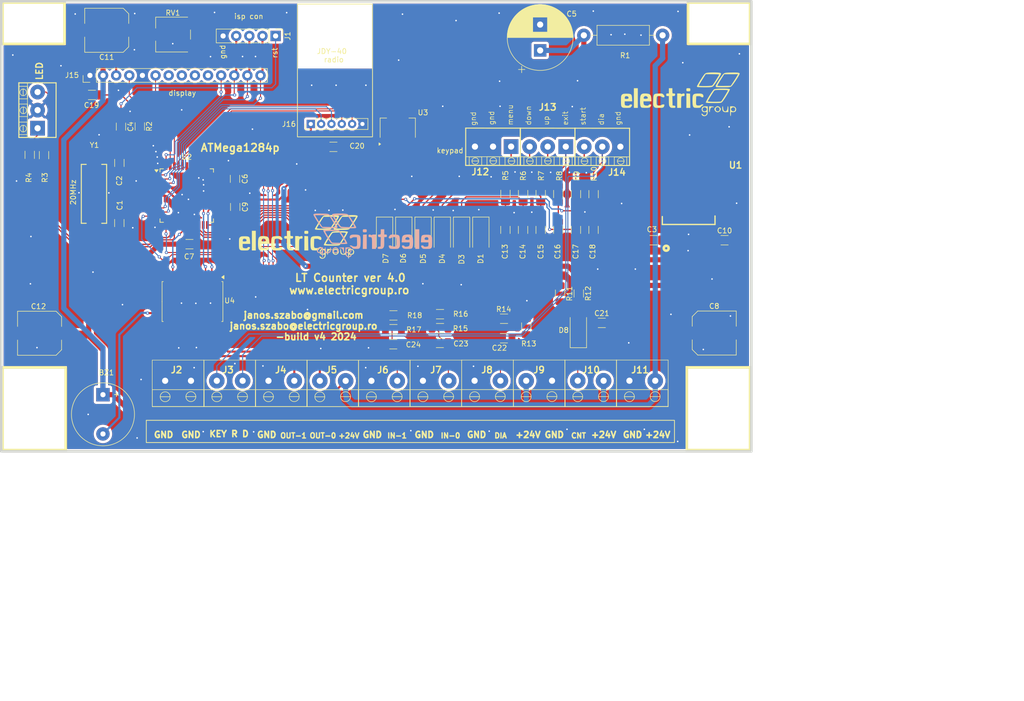
<source format=kicad_pcb>
(kicad_pcb (version 20240108) (generator "pcbnew") (generator_version "8.0")
  (title_block (title "LT Counter V4") (rev "v1.0 rev 1") (company "Electric Group Cluj-Napoca") (comment 1 "janos.szabo@electricgroup.ro") (comment 2 "janos.szabo@gmail.com"))
  (layers (0 "F.Cu" signal) (31 "B.Cu" signal) (34 "B.Paste" user) (35 "F.Paste" user) (36 "B.SilkS" user "B.Silkscreen") (37 "F.SilkS" user "F.Silkscreen") (38 "B.Mask" user) (39 "F.Mask" user) (44 "Edge.Cuts" user))
  (net 0 "")
  (net 1 "Net-(BZ1--)")
  (net 2 "vcc 5v")
  (net 3 "GND")
  (net 4 "Net-(U2-XTAL1)")
  (net 5 "Net-(U2-XTAL2)")
  (net 6 "vcc 12v")
  (net 7 "/rst")
  (net 8 "Net-(U2-AREF)")
  (net 9 "/key_menu")
  (net 10 "/key_down")
  (net 11 "/key_up")
  (net 12 "/key_exit")
  (net 13 "/key_start")
  (net 14 "/key_dia")
  (net 15 "Net-(D8-A)")
  (net 16 "/dia_in")
  (net 17 "/ch0_in")
  (net 18 "/ch1_in")
  (net 19 "/cnt_in")
  (net 20 "/db2")
  (net 21 "/db1")
  (net 22 "/db3")
  (net 23 "/rs")
  (net 24 "/e")
  (net 25 "/db0")
  (net 26 "/key_exitp")
  (net 27 "/key_diap")
  (net 28 "/rxd")
  (net 29 "/txd")
  (net 30 "/css")
  (net 31 "/set")
  (net 32 "vcc 24v")
  (net 33 "/red_led")
  (net 34 "/key_int")
  (net 35 "/green_led")
  (net 36 "/cnt_int")
  (net 37 "/dia")
  (net 38 "/ch0")
  (net 39 "/ch1")
  (net 40 "/buzzer")
  (net 41 "/out_1")
  (net 44 "/out_0")
  (net 49 "/out_0p")
  (net 50 "/out_1p")
  (net 56 "Net-(D2-K)")
  (net 57 "Net-(D2-A1)")
  (net 58 "Net-(J16-Pin_1)")
  (net 59 "Net-(J13-Pin_3)")
  (net 60 "Net-(J13-Pin_2)")
  (net 64 "Net-(J15-Pin_3)")
  (net 66 "Net-(J12-Pin_1)")
  (net 67 "Net-(J14-Pin_3)")
  (footprint "Diode_SMD:D_2010_5025Metric_Pad1.52x2.65mm_HandSolder" (layer "F.Cu") (at 140.594 89.6225 -90)
    (property "Reference" "D4")
    (property "Value" "SM4001")
  )
  (footprint "Capacitor_SMD:C_1206_3216Metric_Pad1.33x1.80mm_HandSolder" (layer "F.Cu") (at 131.1 110.87 180)
    (property "Reference" "C24")
    (property "Value" "100nf")
  )
  (footprint "Diode_SMD:D_2010_5025Metric_Pad1.52x2.65mm_HandSolder" (layer "F.Cu") (at 166.93 108.1875 90)
    (property "Reference" "D8")
    (property "Value" "SM4001")
  )
  (footprint "Capacitor_SMD:C_1206_3216Metric_Pad1.33x1.80mm_HandSolder" (layer "F.Cu") (at 119.51 72.67)
    (property "Reference" "C20")
    (property "Value" "100nf")
  )
  (footprint "Diode_SMD:D_2010_5025Metric_Pad1.52x2.65mm_HandSolder" (layer "F.Cu") (at 133.138 89.6225 -90)
    (property "Reference" "D6")
    (property "Value" "SM4001")
  )
  (footprint "AVR_FOOTPRINT_Library:Degson 2p" (layer "F.Cu") (at 101.94 117.95 180)
    (property "Reference" "J3")
    (property "Value" "Conn_01x02_Socket" (hide yes))
  )
  (footprint "AVR_FOOTPRINT_Library:Degson 2p" (layer "F.Cu") (at 121.88 117.96 180)
    (property "Reference" "J5")
    (property "Value" "Conn_01x02_Socket" (hide yes))
  )
  (footprint "Resistor_SMD:R_1206_3216Metric_Pad1.30x1.75mm_HandSolder" (layer "F.Cu") (at 131.13 107.97)
    (property "Reference" "R17")
    (property "Value" "4k7")
  )
  (footprint "Resistor_SMD:R_1206_3216Metric_Pad1.30x1.75mm_HandSolder" (layer "F.Cu") (at 82.04 68.71 -90)
    (property "Reference" "R2")
    (property "Value" "10k")
  )
  (footprint "Package_SO:SOIC-18W_7.5x11.6mm_P1.27mm" (layer "F.Cu") (at 92.23 102.61 -90)
    (property "Reference" "U4")
    (property "Value" "ULN2803A")
  )
  (footprint "AVR_FOOTPRINT_Library:Degson 2p" (layer "F.Cu") (at 141.84 117.95 180)
    (property "Reference" "J7")
    (property "Value" "Conn_01x02_Socket" (hide yes))
  )
  (footprint "Diode_SMD:D_2010_5025Metric_Pad1.52x2.65mm_HandSolder" (layer "F.Cu") (at 144.322 89.6225 -90)
    (property "Reference" "D3")
    (property "Value" "SM4001")
  )
  (footprint "Resistor_SMD:R_1206_3216Metric_Pad1.30x1.75mm_HandSolder" (layer "F.Cu") (at 131.13 105.3 180)
    (property "Reference" "R18")
    (property "Value" "4k7")
  )
  (footprint "Package_QFP:TQFP-44_10x10mm_P0.8mm" (layer "F.Cu") (at 91.12 82.09)
    (property "Reference" "U2")
    (property "Value" "ATmega1284P-A")
  )
  (footprint "Resistor_SMD:R_1206_3216Metric_Pad1.30x1.75mm_HandSolder" (layer "F.Cu") (at 169.871816 81.82 90)
    (property "Reference" "R10")
    (property "Value" "220")
  )
  (footprint "Capacitor_SMD:C_1206_3216Metric_Pad1.33x1.80mm_HandSolder" (layer "F.Cu") (at 78.07 87.42 90)
    (property "Reference" "C1")
    (property "Value" "22pf")
  )
  (footprint "AVR_FOOTPRINT_Library:Degson 2p" (layer "F.Cu") (at 111.94 117.95 180)
    (property "Reference" "J4")
    (property "Value" "Conn_01x02_Socket" (hide yes))
  )
  (footprint "AVR_FOOTPRINT_Library:Degson 2p" (layer "F.Cu") (at 151.84 117.94 180)
    (property "Reference" "J8")
    (property "Value" "Conn_01x02_Socket" (hide yes))
  )
  (footprint "Capacitor_SMD:C_Elec_8x10.2" (layer "F.Cu") (at 75.63 50.1 180)
    (property "Reference" "C11")
    (property "Value" "1000/6.3")
  )
  (footprint "Diode_SMD:D_2010_5025Metric_Pad1.52x2.65mm_HandSolder" (layer "F.Cu") (at 136.866 89.6225 -90)
    (property "Reference" "D5")
    (property "Value" "SM4001")
  )
  (footprint "Resistor_SMD:R_1206_3216Metric_Pad1.30x1.75mm_HandSolder" (layer "F.Cu") (at 167.01 101.0475 -90)
    (property "Reference" "R12")
    (property "Value" "4k7")
  )
  (footprint "Connector_PinHeader_2.00mm:PinHeader_1x06_P2.00mm_Vertical" (layer "F.Cu") (at 115.13 68.24 90)
    (property "Reference" "J16")
    (property "Value" "Conn_01x06_Socket")
  )
  (footprint "Resistor_SMD:R_1206_3216Metric_Pad1.30x1.75mm_HandSolder" (layer "F.Cu") (at 140.15 107.77)
    (property "Reference" "R15")
    (property "Value" "4k7")
  )
  (footprint "Connector_PinHeader_2.54mm:PinHeader_1x05_P2.54mm_Vertical" (layer "F.Cu") (at 108.32 51.2 -90)
    (property "Reference" "J1")
    (property "Value" "Conn_ISP")
  )
  (footprint "Resistor_SMD:R_1206_3216Metric_Pad1.30x1.75mm_HandSolder" (layer "F.Cu") (at 156.85 107.45 90)
    (property "Reference" "R13")
    (property "Value" "4k7")
  )
  (footprint "Resistor_SMD:R_1206_3216Metric_Pad1.30x1.75mm_HandSolder" (layer "F.Cu") (at 163.05 81.8 90)
    (property "Reference" "R8")
    (property "Value" "220")
  )
  (footprint "Capacitor_SMD:C_1206_3216Metric_Pad1.33x1.80mm_HandSolder" (layer "F.Cu") (at 156.220908 88.74 90)
    (property "Reference" "C14")
    (property "Value" "100nf")
  )
  (footprint "Resistor_SMD:R_1206_3216Metric_Pad1.30x1.75mm_HandSolder" (layer "F.Cu") (at 156.228184 81.8 90)
    (property "Reference" "R6")
    (property "Value" "220")
  )
  (footprint "Resistor_SMD:R_1206_3216Metric_Pad1.30x1.75mm_HandSolder" (layer "F.Cu") (at 152.817276 81.77 90)
    (property "Reference" "R5")
    (property "Value" "220")
  )
  (footprint "Capacitor_SMD:C_1206_3216Metric_Pad1.33x1.80mm_HandSolder" (layer "F.Cu") (at 72.77 62.62)
    (property "Reference" "C19")
    (property "Value" "100nf")
  )
  (footprint "Diode_SMD:D_2010_5025Metric_Pad1.52x2.65mm_HandSolder" (layer "F.Cu") (at 148.05 89.6225 -90)
    (property "Reference" "D1")
    (property "Value" "SM4001")
  )
  (footprint "Capacitor_SMD:C_1206_3216Metric_Pad1.33x1.80mm_HandSolder" (layer "F.Cu") (at 100.5 84.3 90)
    (property "Reference" "C9")
    (property "Value" "100nf")
  )
  (footprint "AVR_FOOTPRINT_Library:DEGSON 3P-3.5pitch" (layer "F.Cu") (at 153.19 73.15 180)
    (property "Reference" "J12")
    (property "Value" "Conn_01x03_Socket" (hide yes))
  )
  (footprint "Capacitor_SMD:C_1206_3216Metric_Pad1.33x1.80mm_HandSolder" (layer "F.Cu") (at 163.042724 88.74 90)
    (property "Reference" "C16")
    (property "Value" "100nf")
  )
  (footprint "Capacitor_SMD:C_1206_3216Metric_Pad1.33x1.80mm_HandSolder" (layer "F.Cu") (at 78.39 68.75 -90)
    (property "Reference" "C4")
    (property "Value" "10nf")
  )
  (footprint "Package_TO_SOT_SMD:SOT-223-3_TabPin2" (layer "F.Cu") (at 131.9675 69 90)
    (property "Reference" "U3")
    (property "Value" "AMS1117-3.3")
  )
  (footprint "Capacitor_SMD:C_1206_3216Metric_Pad1.33x1.80mm_HandSolder" (layer "F.Cu") (at 195.23 90.7415)
    (property "Reference" "C10")
    (property "Value" "100nf")
  )
  (footprint "Capacitor_SMD:C_1206_3216Metric_Pad1.33x1.80mm_HandSolder" (layer "F.Cu") (at 169.86454 88.74 90)
    (property "Reference" "C18")
    (property "Value" "100nf")
  )
  (footprint "Capacitor_SMD:C_1206_3216Metric_Pad1.33x1.80mm_HandSolder" (layer "F.Cu") (at 181.47 90.7415 180)
    (property "Reference" "C3")
    (property "Value" "100nf")
  )
  (footprint "AVR_FOOTPRINT_Library:Degson 2p" (layer "F.Cu") (at 181.81 117.94 180)
    (property "Reference" "J11")
    (property "Value" "Conn_01x02_Socket" (hide yes))
  )
  (footprint "AVR_FOOTPRINT_Library:DEGSON 3P-3.5pitch" (layer "F.Cu") (at 174.34 73.17 180)
    (property "Reference" "J14")
    (property "Value" "Conn_01x03_Socket" (hide yes))
  )
  (footprint "Capacitor_SMD:C_1206_3216Metric_Pad1.33x1.80mm_HandSolder" (layer "F.Cu") (at 140.12 110.62 180)
    (property "Reference" "C23")
    (property "Value" "100nf")
  )
  (footprint "Capacitor_THT:CP_Radial_D12.5mm_P5.00mm" (layer "F.Cu") (at 159.53 54 90)
    (property "Reference" "C5")
    (property "Value" "2200/25v")
  )
  (footprint "AVR_FOOTPRINT_Library:DEGSON 3P-3.5pitch" (layer "F.Cu") (at 61.72 68.34 90)
    (property "Reference" "LED")
    (property "Value" "LED_Dual_AAK" (hide yes))
  )
  (footprint "AVR_FOOTPRINT_Library:D2PAK-STB35NF10T4" (layer "F.Cu") (at 193.38 87.691 -90)
    (property "Reference" "U1")
    (property "Value" "L7805" (hide yes))
  )
  (footprint "Connector_PinHeader_2.54mm:PinHeader_1x14_P2.54mm_Vertical" (layer "F.Cu") (at 72.38 58.84 90)
    (property "Reference" "J15")
    (property "Value" "Conn_01x14_Socket")
  )
  (footprint "Capacitor_SMD:C_Elec_8x10.2" (layer "F.Cu") (at 193.23 108.71)
    (property "Reference" "C8")
    (property "Value" "1000/6.3")
  )
  (footprint "Resistor_SMD:R_1206_3216Metric_Pad1.30x1.75mm_HandSolder" (layer "F.Cu") (at 166.460908 81.82 90)
    (property "Reference" "R9")
    (property "Value" "220")
  )
  (footprint "Capacitor_SMD:C_1206_3216Metric_Pad1.33x1.80mm_HandSolder" (layer "F.Cu") (at 78.08 75.78 -90)
    (property "Reference" "C2")
    (property "Value" "22pf")
  )
  (footprint "Capacitor_SMD:C_1206_3216Metric_Pad1.33x1.80mm_HandSolder" (layer "F.Cu") (at 171.47 106.7475)
    (property "Reference" "C21")
    (property "Value" "100nf")
  )
  (footprint "Diode_SMD:D_2010_5025Metric_Pad1.52x2.65mm_HandSolder" (layer "F.Cu") (at 129.41 89.6225 -90)
    (property "Reference" "D7")
    (property "Value" "SM4001")
  )
  (footprint "Capacitor_SMD:C_1206_3216Metric_Pad1.33x1.80mm_HandSolder" (layer "F.Cu") (at 166.453632 88.74 90)
    (property "Reference" "C17")
    (property "Value" "100nf")
  )
  (footprint "Buzzer_Beeper:Buzzer_12x9.5RM7.6" (layer "F.Cu") (at 74.9 120.64 -90)
    (property "Reference" "BZ1")
    (property "Value" "Buzzer")
  )
  (footprint "AVR_FOOTPRINT_Library:Degson 2p" (layer "F.Cu") (at 131.87 117.96 180)
    (property "Reference" "J6")
    (property "Value" "Conn_01x02_Socket" (hide yes))
  )
  (footprint "Resistor_SMD:R_1206_3216Metric_Pad1.30x1.75mm_HandSolder" (layer "F.Cu") (at 163.39 101.0875 -90)
    (property "Reference" "R11")
    (property "Value" "2k2")
  )
  (footprint "Capacitor_SMD:C_Elec_8x10.2" (layer "F.Cu") (at 62.63 108.75 180)
    (property "Reference" "C12")
    (property "Value" "1000/6.3")
  )
  (footprint "AVR_FOOTPRINT_Library:XTALSMD" (layer "F.Cu") (at 69.61 73.26 -90)
    (property "Reference" "Y1")
    (property "Value" "XTAL20Mhz")
  )
  (footprint "Potentiometer_SMD:Potentiometer_ACP_CA6-VSMD_Vertical" (layer "F.Cu") (at 88.48 50.93 180)
    (property "Reference" "RV1")
    (property "Value" "10k")
  )
  (footprint "Resistor_SMD:R_1206_3216Metric_Pad1.30x1.75mm_HandSolder" (layer "F.Cu") (at 159.639092 81.8 90)
    (property "Reference" "R7")
    (property "Value" "220")
  )
  (footprint "Capacitor_SMD:C_1206_3216Metric_Pad1.33x1.80mm_HandSolder" (layer "F.Cu") (at 91.64 91.5)
    (property "Reference" "C7")
    (property "Value" "100nf")
  )
  (footprint "Capacitor_SMD:C_1206_3216Metric_Pad1.33x1.80mm_HandSolder" (layer "F.Cu") (at 152.51 109.71 180)
    (property "Reference" "C22")
    (property "Value" "100nf")
  )
  (footprint "AVR_FOOTPRINT_Library:egr-sigla" (layer "F.Cu") (at 186.648834 62.500437)
    (property "Reference" "G***" (hide yes))
    (property "Value" "LOGO" (hide yes))
  )
  (footprint "Resistor_THT:R_Axial_DIN0411_L9.9mm_D3.6mm_P15.24mm_Horizontal" (layer "F.Cu") (at 183.23 51.07 180)
    (property "Reference" "R1")
    (property "Value" "47")
  )
  (footprint "Capacitor_SMD:C_1206_3216Metric_Pad1.33x1.80mm_HandSolder" (layer "F.Cu") (at 152.81 88.74 90)
    (property "Reference" "C13")
    (property "Value" "100nf")
  )
  (footprint "Resistor_SMD:R_1206_3216Metric_Pad1.30x1.75mm_HandSolder" (layer "F.Cu") (at 60.72 74.21 -90)
    (property "Reference" "R4")
    (property "Value" "220")
  )
  (footprint "AVR_FOOTPRINT_Library:Degson 2p" (layer "F.Cu") (at 91.94 117.95 180)
    (property "Reference" "J2")
    (property "Value" "Conn_01x02_Socket" (hide yes))
  )
  (footprint "Resistor_SMD:R_1206_3216Metric_Pad1.30x1.75mm_HandSolder" (layer "F.Cu") (at 140.15 105.06 180)
    (property "Reference" "R16")
    (property "Value" "4k7")
  )
  (footprint "AVR_FOOTPRINT_Library:DEGSON 3P-3.5pitch" (layer "F.Cu") (at 163.77 73.16 180)
    (property "Reference" "J13")
    (property "Value" "Conn_01x03_Socket" (hide yes))
  )
  (footprint "Capacitor_SMD:C_1206_3216Metric_Pad1.33x1.80mm_HandSolder" (layer "F.Cu") (at 159.631816 88.74 90)
    (property "Reference" "C15")
    (property "Value" "100nf")
  )
  (footprint "AVR_FOOTPRINT_Library:Degson 2p" (layer "F.Cu") (at 161.83 117.94 180)
    (property "Reference" "J9")
    (property "Value" "Conn_01x02_Socket" (hide yes))
  )
  (footprint "AVR_FOOTPRINT_Library:Degson 2p" (layer "F.Cu") (at 171.81 117.94 180)
    (property "Reference" "J10")
    (property "Value" "Conn_01x02_Socket" (hide yes))
  )
  (footprint "Resistor_SMD:R_1206_3216Metric_Pad1.30x1.75mm_HandSolder" (layer "F.Cu") (at 152.54 105.94 180)
    (property "Reference" "R14")
    (property "Value" "3k3")
  )
  (footprint "AVR_FOOTPRINT_Library:egr-sigla" (layer "F.Cu") (at 112.7 90.1)
    (property "Reference" "G***" (hide yes))
    (property "Value" "LOGO" (hide yes))
  )
  (footprint "Capacitor_SMD:C_1206_3216Metric_Pad1.33x1.80mm_HandSolder" (layer "F.Cu") (at 100.46 78.86 90)
    (property "Reference" "C6")
    (property "Value" "100nf")
  )
  (footprint "Resistor_SMD:R_1206_3216Metric_Pad1.30x1.75mm_HandSolder" (layer "F.Cu") (at 63.49 74.27 -90)
    (property "Reference" "R3")
    (property "Value" "220")
  )
  (footprint "AVR_FOOTPRINT_Library:egr-sigla" (layer "B.Cu") (at 127.151166 89.800437 180)
    (property "Reference" "G***" (hide yes))
    (property "Value" "LOGO" (hide yes))
  )
  (gr_rect (start 83.29 125.6) (end 185.53 129.91) (stroke (width 0.15)) (fill none) (layer "F.SilkS"))
  (gr_rect (start 187.93 115.36) (end 200.16 131.36) (stroke (width 0.5)) (fill none) (layer "F.SilkS"))
  (gr_rect (start 55.47 115.36) (end 67.7 131.36) (stroke (width 0.5)) (fill none) (layer "F.SilkS"))
  (gr_rect (start 188.16 44.74) (end 200.16 52.74) (stroke (width 0.5)) (fill none) (layer "F.SilkS"))
  (gr_rect (start 112.54 45.04) (end 127.08 70.73) (stroke (width 0.15)) (fill none) (layer "F.SilkS"))
  (gr_rect (start 55.47 44.74) (end 67.47 52.74) (stroke (width 0.5)) (fill none) (layer "F.SilkS"))
  (gr_rect (start 55.22 44.49) (end 200.41 131.61) (stroke (width 0.5)) (fill none) (layer "Edge.Cuts"))
  (gr_text "gnd" (at 98.65 55.75 90) (layer "F.SilkS") (effects (font (size 1 1)) (justify left bottom)))
  (gr_text "OUT-1" (at 109.09 129.1595 0) (layer "F.SilkS") (effects (font (size 1 1) (thickness 0.25) (bold yes)) (justify left bottom)))
  (gr_text "DIA" (at 150.55 129.1595 0) (layer "F.SilkS") (effects (font (size 1 1) (thickness 0.25) (bold yes)) (justify left bottom)))
  (gr_text "GND" (at 84.62 129.1 0) (layer "F.SilkS") (effects (font (size 1.2 1.2) (thickness 0.3) (bold yes)) (justify left bottom)))
  (gr_text "rst" (at 108.75 55.58 90) (layer "F.SilkS") (effects (font (size 1 1)) (justify left bottom)))
  (gr_text "GND" (at 104.58 129.1 0) (layer "F.SilkS") (effects (font (size 1.2 1.2) (thickness 0.3) (bold yes)) (justify left bottom)))
  (gr_text "gnd" (at 147.18 68.65 90) (layer "F.SilkS") (effects (font (size 1 1) (thickness 0.125)) (justify left bottom)))
  (gr_text "JDY-40 \nradio" (at 119.59 56.37 0) (layer "F.SilkS") (effects (font (size 1 1)) (justify bottom)))
  (gr_text "gnd" (at 175.18 68.58 90) (layer "F.SilkS") (effects (font (size 1 1) (thickness 0.125)) (justify left bottom)))
  (gr_text "+24V" (at 169.23 129.1 0) (layer "F.SilkS") (effects (font (size 1.2 1.2) (thickness 0.3) (bold yes)) (justify left bottom)))
  (gr_text "down" (at 157.85 68.56 90) (layer "F.SilkS") (effects (font (size 1 1) (thickness 0.125)) (justify left bottom)))
  (gr_text "OUT-0" (at 114.79 129.1595 0) (layer "F.SilkS") (effects (font (size 1 1) (thickness 0.25) (bold yes)) (justify left bottom)))
  (gr_text "KEY R D " (at 99.76 128.2285 0) (layer "F.SilkS") (effects (font (size 1.2 1.2) (thickness 0.3) (bold yes))))
  (gr_text "IN-0" (at 140.15 129.1595 0) (layer "F.SilkS") (effects (font (size 1 1) (thickness 0.25) (bold yes)) (justify left bottom)))
  (gr_text "www.electricgroup.ro" (at 122.58 100.41 0) (layer "F.SilkS") (effects (font (size 1.5 1.5) (thickness 0.3) (bold yes))))
  (gr_text "menu" (at 154.34 68.56 90) (layer "F.SilkS") (effects (font (size 1 1) (thickness 0.125)) (justify left bottom)))
  (gr_text "CNT" (at 165.4 129.1595 0) (layer "F.SilkS") (effects (font (size 1 1) (thickness 0.25) (bold yes)) (justify left bottom)))
  (gr_text "GND" (at 175.39 129.1 0) (layer "F.SilkS") (effects (font (size 1.2 1.2) (thickness 0.3) (bold yes)) (justify left bottom)))
  (gr_text "IN-1" (at 129.82 129.1595 0) (layer "F.SilkS") (effects (font (size 1 1) (thickness 0.25) (bold yes)) (justify left bottom)))
  (gr_text "+24V" (at 154.59 129.1 0) (layer "F.SilkS") (effects (font (size 1.2 1.2) (thickness 0.3) (bold yes)) (justify left bottom)))
  (gr_text "isp con" (at 100.21 47.99 0) (layer "F.SilkS") (effects (font (size 1 1)) (justify left bottom)))
  (gr_text "GND" (at 135.07 129.1 0) (layer "F.SilkS") (effects (font (size 1.2 1.2) (thickness 0.3) (bold yes)) (justify left bottom)))
  (gr_text "GND" (at 125.02 129.1 0) (layer "F.SilkS") (effects (font (size 1.2 1.2) (thickness 0.3) (bold yes)) (justify left bottom)))
  (gr_text "up" (at 161.3 68.56 90) (layer "F.SilkS") (effects (font (size 1 1) (thickness 0.125)) (justify left bottom)))
  (gr_text "keypad" (at 139.42 73.97 0) (layer "F.SilkS") (effects (font (size 1 1)) (justify left bottom)))
  (gr_text "gnd" (at 150.7 68.52 90) (layer "F.SilkS") (effects (font (size 1 1) (thickness 0.125)) (justify left bottom)))
  (gr_text "ATMega1284p" (at 93.66 72.84 0) (layer "F.SilkS") (effects (font (size 1.5 1.5) (thickness 0.3) (bold yes)) (justify left)))
  (gr_text "GND" (at 160.24 129.1 0) (layer "F.SilkS") (effects (font (size 1.2 1.2) (thickness 0.3) (bold yes)) (justify left bottom)))
  (gr_text "exit" (at 165 68.56 90) (layer "F.SilkS") (effects (font (size 1 1) (thickness 0.125)) (justify left bottom)))
  (gr_text "GND" (at 145.2 129.1 0) (layer "F.SilkS") (effects (font (size 1.2 1.2) (thickness 0.3) (bold yes)) (justify left bottom)))
  (gr_text "+24V" (at 120.36 129.1595 0) (layer "F.SilkS") (effects (font (size 1 1) (thickness 0.25) (bold yes)) (justify left bottom)))
  (gr_text "+24V" (at 179.7 129.1 0) (layer "F.SilkS") (effects (font (size 1.2 1.2) (thickness 0.3) (bold yes)) (justify left bottom)))
  (gr_text "GND" (at 89.92 129.1 0) (layer "F.SilkS") (effects (font (size 1.2 1.2) (thickness 0.3) (bold yes)) (justify left bottom)))
  (gr_text "20MHz" (at 69.74 84.02 90) (layer "F.SilkS") (effects (font (size 1 1)) (justify left bottom)))
  (gr_text "dia" (at 171.95 68.56 90) (layer "F.SilkS") (effects (font (size 1 1) (thickness 0.125)) (justify left bottom)))
  (gr_text "start" (at 168.41 68.56 90) (layer "F.SilkS") (effects (font (size 1 1) (thickness 0.125)) (justify left bottom)))
  (gr_text "janos.szabo@gmail.com\njanos.szabo@electricgroup.ro\n	-build v4 2024" (at 113.73 110.19 0) (layer "F.SilkS") (effects (font (size 1.3 1.3) (thickness 0.3) (bold yes)) (justify bottom)))
  (gr_text "LT Counter ver 4.0" (at 111.91 98.01 0) (layer "F.SilkS") (effects (font (size 1.5 1.5) (thickness 0.3) (bold yes)) (justify left)))
  (gr_text "display" (at 87.52 62.85 0) (layer "F.SilkS") (effects (font (size 1 1)) (justify left bottom)))
  (segment (start 88.42 105.41) (end 88.42 107.26) (width 0.4) (layer "F.Cu") (net 1))
  (segment (start 87.86 104.85) (end 88.42 105.41) (width 0.4) (layer "F.Cu") (net 1))
  (segment (start 83.52 104.85) (end 87.86 104.85) (width 0.4) (layer "F.Cu") (net 1))
  (via (at 83.52 104.85) (size 0.6) (drill 0.3) (layers "F.Cu" "B.Cu") (net 1))
  (segment (start 74.9 128.24) (end 78.07 125.07) (width 0.4) (layer "B.Cu") (net 1))
  (segment (start 78.07 125.07) (end 78.07 109.04) (width 0.4) (layer "B.Cu") (net 1))
  (segment (start 78.07 109.04) (end 82.31 104.8) (width 0.4) (layer "B.Cu") (net 1))
  (segment (start 83.47 104.8) (end 83.52 104.85) (width 0.4) (layer "B.Cu") (net 1))
  (segment (start 82.31 104.8) (end 83.47 104.8) (width 0.4) (layer "B.Cu") (net 1))
  (segment (start 91.12 89.56) (end 91.12 87.79) (width 0.4) (layer "F.Cu") (net 2))
  (segment (start 82.04 67.16) (end 82.04 66.19) (width 0.25) (layer "F.Cu") (net 2))
  (segment (start 132.85 75.32) (end 134.2675 73.9025) (width 0.4) (layer "F.Cu") (net 2))
  (segment (start 79.23 50.1) (end 80.55 48.78) (width 1) (layer "F.Cu") (net 2))
  (segment (start 167.01 99.4975) (end 190.5525 99.4975) (width 1) (layer "F.Cu") (net 2))
  (segment (start 190.5525 99.4975) (end 190.82 99.23) (width 1) (layer "F.Cu") (net 2))
  (segment (start 98.14 82.89) (end 98.63 83.38) (width 0.4) (layer "F.Cu") (net 2))
  (segment (start 185.63 112.71) (end 185.63 123.43) (width 1) (layer "F.Cu") (net 2))
  (segment (start 111.14 49.83) (end 110.09 48.78) (width 0.6) (layer "F.Cu") (net 2))
  (segment (start 74.92 62.0325) (end 74.3325 62.62) (width 1) (layer "F.Cu") (net 2))
  (segment (start 98.63 83.38) (end 98.63 85.34) (width 0.4) (layer "F.Cu") (net 2))
  (segment (start 134.2675 73.9025) (end 134.2675 72.15) (width 0.4) (layer "F.Cu") (net 2))
  (segment (start 91.12 85.54) (end 93.77 82.89) (width 0.4) (layer "F.Cu") (net 2))
  (segment (start 91.92 81.04) (end 93.77 82.89) (width 0.4) (layer "F.Cu") (net 2))
  (segment (start 135.79 64.82) (end 134.07 63.1) (width 0.6) (layer "F.Cu") (net 2))
  (segment (start 76.9 120.64) (end 74.9 120.64) (width 1) (layer "F.Cu") (net 2))
  (segment (start 85.42 81.29) (end 87.56 81.29) (width 0.4) (layer "F.Cu") (net 2))
  (segment (start 110.09 48.78) (end 92.805 48.78) (width 0.6) (layer "F.Cu") (net 2))
  (segment (start 190.82 99.23) (end 190.82 90.595) (width 1) (layer "F.Cu") (net 2))
  (segment (start 115.35 75.32) (end 132.85 75.32) (width 0.4) (layer "F.Cu") (net 2))
  (segment (start 114.23 95.78) (end 114.14 95.78) (width 1) (layer "F.Cu") (net 2))
  (segment (start 74.9 120.64) (end 74.9 112.04) (width 1) (layer "F.Cu") (net 2))
  (segment (start 90.0775 91.5) (end 90.0775 90.6025) (width 0.4) (layer "F.Cu") (net 2))
  (segment (start 109.92 81.98) (end 109.03 82.87) (width 0.4) (layer "F.Cu") (net 2))
  (segment (start 114.14 95.78) (end 114.11 95.75) (width 1) (layer "F.Cu") (net 2))
  (segment (start 87.56 81.29) (end 91.12 84.85) (width 0.4) (layer "F.Cu") (net 2))
  (segment (start 189.63 108.71) (end 185.63 112.71) (width 1) (layer "F.Cu") (net 2))
  (segment (start 111.14 62.47) (end 111.14 49.83) (width 0.6) (layer "F.Cu") (net 2))
  (segment (start 80.55 48.78) (end 92.805 48.78) (width 1) (layer "F.Cu") (net 2))
  (segment (start 74.9 112.04) (end 72.14 109.28) (width 1) (layer "F.Cu") (net 2))
  (segment (start 134.07 63.1) (end 111.77 63.1) (width 0.6) (layer "F.Cu") (net 2))
  (segment (start 72.14 105.14) (end 85.78 91.5) (width 1) (layer "F.Cu") (net 2))
  (segment (start 85.78 91.5) (end 90.0775 91.5) (width 1) (layer "F.Cu") (net 2))
  (segment (start 91.92 76.39) (end 91.92 81.04) (width 0.4) (layer "F.Cu") (net 2))
  (segment (start 189.63 108.71) (end 190.82 107.52) (width 1) (layer "F.Cu") (net 2))
  (segment (start 91.12 87.79) (end 91.12 85.54) (width 0.4) (layer "F.Cu") (net 2))
  (segment (start 134.2675 72.15) (end 134.2675 70.1225) (width 0.6) (layer "F.Cu") (net 2))
  (segment (start 93.77 82.89) (end 96.82 82.89) (width 0.4) (layer "F.Cu") (net 2))
  (segment (start 99.1525 85.8625) (end 100.5 85.8625) (width 0.4) (layer "F.Cu") (net 2))
  (segment (start 71.32 109.28) (end 70.79 108.75) (width 1) (layer "F.Cu") (net 2))
  (segment (start 183.39 125.67) (end 81.93 125.67) (width 1) (layer "F.Cu") (net 2))
  (segment (start 109.92 80.75) (end 115.35 75.32) (width 0.4) (layer "F.Cu") (net 2))
  (segment (start 90.0775 90.6025) (end 91.12 89.56) (width 0.4) (layer "F.Cu") (net 2))
  (segment (start 72.14 109.28) (end 72.14 105.14) (width 1) (layer "F.Cu") (net 2))
  (segment (start 167.01 99.4975) (end 167.01 97.84) (width 1) (layer "F.Cu") (net 2))
  (segment (start 81.93 125.67) (end 76.9 120.64) (width 1) (layer "F.Cu") (net 2))
  (segment (start 72.14 109.28) (end 71.32 109.28) (width 1) (layer "F.Cu") (net 2))
  (segment (start 82.04 66.19) (end 78.47 62.62) (width 0.25) (layer "F.Cu") (net 2))
  (segment (start 96.82 82.89) (end 98.14 82.89) (width 0.4) (layer "F.Cu") (net 2))
  (segment (start 190.82 90.595) (end 193.521 90.595) (width 1) (layer "F.Cu") (net 2))
  (segment (start 190.82 107.52) (end 190.82 99.23) (width 1) (layer "F.Cu") (net 2))
  (segment (start 164.95 95.78) (end 114.23 95.78) (width 1) (layer "F.Cu") (net 2))
  (segment (start 109.03 82.87) (end 104.98 82.87) (width 0.4) (layer "F.Cu") (net 2))
  (segment (start 101.9875 85.8625) (end 100.5 85.8625) (width 0.4) (layer "F.Cu") (net 2))
  (segment (start 134.2675 70.1225) (end 135.79 68.6) (width 0.6) (layer "F.Cu") (net 2))
  (segment (start 78.47 62.62) (end 74.3325 62.62) (width 0.25) (layer "F.Cu") (net 2))
  (segment (start 74.92 54.41) (end 74.92 58.84) (width 1) (layer "F.Cu") (net 2))
  (segment (start 91.12 84.85) (end 91.12 85.54) (width 0.4) (layer "F.Cu") (net 2))
  (segment (start 185.63 123.43) (end 183.39 125.67) (width 1) (layer "F.Cu") (net 2))
  (segment (start 104.98 82.87) (end 101.9875 85.8625) (width 0.4) (layer "F.Cu") (net 2))
  (segment (start 111.77 63.1) (end 111.14 62.47) (width 0.6) (layer "F.Cu") (net 2))
  (segment (start 109.92 80.75) (end 109.92 81.98) (width 0.4) (layer "F.Cu") (net 2))
  (segment (start 164.95 95.78) (end 167.01 97.84) (width 1) (layer "F.Cu") (net 2))
  (segment (start 70.79 108.75) (end 66.23 108.75) (width 1) (layer "F.Cu") (net 2))
  (segment (start 98.63 85.34) (end 99.1525 85.8625) (width 0.4) (layer "F.Cu") (net 2))
  (segment (start 74.92 58.84) (end 74.92 62.0325) (width 1) (layer "F.Cu") (net 2))
  (segment (start 135.79 68.6) (end 135.79 64.82) (width 0.6) (layer "F.Cu") (net 2))
  (segment (start 79.23 50.1) (end 74.92 54.41) (width 1) (layer "F.Cu") (net 2))
  (via (at 109.92 80.75) (size 0.6) (drill 0.3) (layers "F.Cu" "B.Cu") (net 2))
  (via (at 114.11 95.75) (size 0.6) (drill 0.3) (layers "F.Cu" "B.Cu") (net 2))
  (segment (start 74.92 63.7) (end 67.32 71.3) (width 1) (layer "B.Cu") (net 2))
  (segment (start 67.32 71.3) (end 67.32 103.95) (width 1) (layer "B.Cu") (net 2))
  (segment (start 67.32 103.95) (end 74.9 111.53) (width 1) (layer "B.Cu") (net 2))
  (segment (start 114.11 95.75) (end 109.92 91.56) (width 1) (layer "B.Cu") (net 2))
  (segment (start 109.92 91.56) (end 109.92 80.75) (width 1) (layer "B.Cu") (net 2))
  (segment (start 74.9 111.53) (end 74.9 120.64) (width 1) (layer "B.Cu") (net 2))
  (segment (start 74.92 58.84) (end 74.92 63.7) (width 1) (layer "B.Cu") (net 2))
  (segment (start 95.1 82.09) (end 94.38 81.37) (width 0.4) (layer "F.Cu") (net 3))
  (segment (start 94.38 81.37) (end 94.38 81.21) (width 0.4) (layer "F.Cu") (net 3))
  (segment (start 96.82 82.09) (end 95.1 82.09) (width 0.4) (layer "F.Cu") (net 3))
  (segment (start 91.92 90.2175) (end 91.92 87.79) (width 0.4) (layer "F.Cu") (net 3))
  (segment (start 92.6 85.75) (end 91.92 86.43) (width 0.4) (layer "F.Cu") (net 3))
  (segment (start 89.5 84.74) (end 89.5 85.4) (width 0.4) (layer "F.Cu") (net 3))
  (segment (start 91.12 76.39) (end 91.12 82.5) (width 0.4) (layer "F.Cu") (net 3))
  (segment (start 86.85 82.09) (end 89.5 84.74) (width 0.4) (layer "F.Cu") (net 3))
  (segment (start 93.2025 91.5) (end 91.92 90.2175) (width 0.4) (layer "F.Cu") (net 3))
  (segment (start 91.92 86.43) (end 91.92 87.79) (width 0.4) (layer "F.Cu") (net 3))
  (segment (start 91.12 82.5) (end 91.45 82.83) (width 0.4) (layer "F.Cu") (net 3))
  (segment (start 85.42 82.09) (end 86.85 82.09) (width 0.4) (layer "F.Cu") (net 3))
  (via (at 114.12 81.01) (size 0.6) (drill 0.3) (layers "F.Cu" "B.Cu") (net 3))
  (via (at 72.97 96.91) (size 0.6) (drill 0.3) (layers "F.Cu" "B.Cu") (net 3))
  (via (at 146.63 115.14) (size 0.6) (drill 0.3) (layers "F.Cu" "B.Cu") (net 3))
  (via (at 151.59 46.78) (size 0.6) (drill 0.3) (layers "F.Cu" "B.Cu") (net 3))
  (via (at 74.15 70.33) (size 0.6) (drill 0.3) (layers "F.Cu" "B.Cu") (net 3))
  (via (at 154.49 85.4) (size 0.6) (drill 0.3) (layers "F.Cu" "B.Cu") (net 3))
  (via (at 85.15 73.59) (size 0.6) (drill 0.3) (layers "F.Cu" "B.Cu") (net 3))
  (via (at 179.7 127.34) (size 0.6) (drill 0.3) (layers "F.Cu" "B.Cu") (net 3))
  (via (at 99.45 90.5) (size 0.6) (drill 0.3) (layers "F.Cu" "B.Cu") (net 3))
  (via (at 110.46 46.69) (size 0.6) (drill 0.3) (layers "F.Cu" "B.Cu") (net 3))
  (via (at 184.85 105.09) (size 0.6) (drill 0.3) (layers "F.Cu" "B.Cu") (net 3))
  (via (at 81.05 46.86) (size 0.6) (drill 0.3) (layers "F.Cu" "B.Cu") (net 3))
  (via (at 132.88 46.98) (size 0.6) (drill 0.3) (layers "F.Cu" "B.Cu") (net 3))
  (via (at 104.46 101.72) (size 0.6) (drill 0.3) (layers "F.Cu" "B.Cu") (net 3))
  (via (at 77.9 61.72) (size 0.6) (drill 0.3) (layers "F.Cu" "B.Cu") (net 3))
  (via (at 80.67 88.33) (size 0.6) (drill 0.3) (layers "F.Cu" "B.Cu") (net 3))
  (via (at 166.77 59.87) (size 0.6) (drill 0.3) (layers "F.Cu" "B.Cu") (net 3))
  (via (at 85.5 75.87) (size 0.6) (drill 0.3) (layers "F.Cu" "B.Cu") (net 3))
  (via (at 72.04 124.46) (size 0.6) (drill 0.3) (layers "F.Cu" "B.Cu") (net 3))
  (via (at 117.06 111.7) (size 0.6) (drill 0.3) (layers "F.Cu" "B.Cu") (net 3))
  (via (at 104.43 55.18) (size 0.6) (drill 0.3) (layers "F.Cu" "B.Cu") (net 3))
  (via (at 84.65 72.45) (size 0.6) (drill 0.3) (layers "F.Cu" "B.Cu") (net 3))
  (via (at 142.7 84.99) (size 0.6) (drill 0.3) (layers "F.Cu" "B.Cu") (net 3))
  (via (at 105.87 115.08) (size 0.6) (drill 0.3) (layers "F.Cu" "B.Cu") (net 3))
  (via (at 94.31 127.79) (size 0.6) (drill 0.3) (layers "F.Cu" "B.Cu") (net 3))
  (via (at 92.88 102.96) (size 0.6) (drill 0.3) (layers "F.Cu" "B.Cu") (net 3))
  (via (at 177.96 96.33) (size 0.6) (drill 0.3) (layers "F.Cu" "B.Cu") (net 3))
  (via (at 188.26 89.61) (size 0.6) (drill 0.3) (layers "F.Cu" "B.Cu") (net 3))
  (via (at 60.86 99.18) (size 0.6) (drill 0.3) (layers "F.Cu" "B.Cu") (net 3))
  (via (at 81.33 79.27) (size 0.6) (drill 0.3) (layers "F.Cu" "B.Cu") (net 3))
  (via (at 164.73 127.34) (size 0.6) (drill 0.3) (layers "F.Cu" "B.Cu") (net 3))
  (via (at 136.83 99.16) (size 0.6) (drill 0.3) (layers "F.Cu" "B.Cu") (net 3))
  (via (at 76.04 81.58) (size 0.6) (drill 0.3) (layers "F.Cu" "B.Cu") (net 3))
  (via (at 62.13 111.53) (size 0.6) (drill 0.3) (layers "F.Cu" "B.Cu") (net 3))
  (via (at 82.28 117.7) (size 0.6) (drill 0.3) (layers "F.Cu" "B.Cu") (net 3))
  (via (at 80.99 53.87) (size 0.6) (drill 0.3) (layers "F.Cu" "B.Cu") (net 3))
  (via (at 120.03 60.74) (size 0.6) (drill 0.3) (layers "F.Cu" "B.Cu") (net 3))
  (via (at 149.67 127.7) (size 0.6) (drill 0.3) (layers "F.Cu" "B.Cu") (net 3))
  (via (at 103.32 81.64) (size 0.6) (drill 0.3) (layers "F.Cu" "B.Cu") (net 3))
  (via (at 90.22 81.91) (size 0.6) (drill 0.3) (layers "F.Cu" "B.Cu") (net 3))
  (via (at 131.43 84.78) (size 0.6) (drill 0.3) (layers "F.Cu" "B.Cu") (net 3))
  (via (at 176.68 110.61) (size 0.6) (drill 0.3) (layers "F.Cu" "B.Cu") (net 3))
  (via (at 90.1 102.92) (size 0.6) (drill 0.3) (layers "F.Cu" "B.Cu") (net 3))
  (via (at 85.41 74.64) (size 0.6) (drill 0.3) (layers "F.Cu" "B.Cu") (net 3))
  (via (at 92.6 85.75) (size 0.6) (drill 0.3) (layers "F.Cu" "B.Cu") (net 3))
  (via (at 96.5 46.65) (size 0.6) (drill 0.3) (layers "F.Cu" "B.Cu") (net 3))
  (via (at 151.68 59.96) (size 0.6) (drill 0.3) (layers "F.Cu" "B.Cu") (net 3))
  (via (at 134.5 127.6) (size 0.6) (drill 0.3) (layers "F.Cu" "B.Cu") (net 3))
  (via (at 69.53 46.95) (size 0.6) (drill 0.3) (layers "F.Cu" "B.Cu") (net 3))
  (via (at 99.19 75.34) (size 0.6) (drill 0.3) (layers "F.Cu" "B.Cu") (net 3))
  (via (at 191.12 111.89) (size 0.6) (drill 0.3) (layers "F.Cu" "B.Cu") (net 3))
  (via (at 132.14 55.88) (size 0.6) (drill 0.3) (layers "F.Cu" "B.Cu") (net 3))
  (via (at 94.29 79.06) (size 0.6) (drill 0.3) (layers "F.Cu" "B.Cu") (net 3))
  (via (at 81.51 129.02) (size 0.6) (drill 0.3) (layers "F.Cu" "B.Cu") (net 3))
  (via (at 168.47 77.67) (size 0.6) (drill 0.3) (layers "F.Cu" "B.Cu") (net 3))
  (via (at 112.41 75.98) (size 0.6) (drill 0.3) (layers "F.Cu" "B.Cu") (net 3))
  (via (at 151.77 64.81) (size 0.6) (drill 0.3) (layers "F.Cu" "B.Cu") (net 3))
  (via (at 121.33 84.91) (size 0.6) (drill 0.3) (layers "F.Cu" "B.Cu") (net 3))
  (via (at 95.72 55.2) (size 0.6) (drill 0.3) (layers "F.Cu" "B.Cu") (net 3))
  (via (at 186.15 129.69) (size 0.6) (drill 0.3) (layers "F.Cu" "B.Cu") (net 3))
  (via (at 197.56 83.58) (size 0.6) (drill 0.3) (layers "F.Cu" "B.Cu") (net 3))
  (via (at 173.26 50.96) (size 0.6) (drill 0.3) (layers "F.Cu" "B.Cu") (net 3))
  (via (at 135.87 115.14) (size 0.6) (drill 0.3) (layers "F.Cu" "B.Cu") (net 3))
  (via (at 104.07 127.83) (size 0.6) (drill 0.3) (layers "F.Cu" "B.Cu") (net 3))
  (via (at 188.46 70.37) (size 0.6) (drill 0.3) (layers "F.Cu" "B.Cu") (net 3))
  (via (at 66.77 56.97) (size 0.6) (drill 0.3) (layers "F.Cu" "B.Cu") (net 3))
  (via (at 126.31 111.57) (size 0.6) (drill 0.3) (layers "F.Cu" "B.Cu") (net 3))
  (via (at 134.68 78.38) (size 0.6) (drill 0.3) (layers "F.Cu" "B.Cu") (net 3))
  (via (at 196.11 68.79) (size 0.6) (drill 0.3) (layers "F.Cu" "B.Cu") (net 3))
  (via (at 150.04 78.47) (size 0.6) (drill 0.3) (layers "F.Cu" "B.Cu") (net 3))
  (via (at 175.3 83.63) (size 0.6) (drill 0.3) (layers "F.Cu" "B.Cu") (net 3))
  (via (at 114.5 104.15) (size 0.6) (drill 0.3) (layers "F.Cu" "B.Cu") (net 3))
  (via (at 94.38 80.02) (size 0.6) (drill 0.3) (layers "F.Cu" "B.Cu") (net 3))
  (via (at 168.19 85.27) (size 0.6) (drill 0.3) (layers "F.Cu" "B.Cu") (net 3))
  (via (at 90.14 65.51) (size 0.6) (drill 0.3) (layers "F.Cu" "B.Cu") (net 3))
  (via (at 80.15 65.8) (size 0.6) (drill 0.3) (layers "F.Cu" "B.Cu") (net 3))
  (via (at 165.19 77.6) (size 0.6) (drill 0.3) (layers "F.Cu" "B.Cu") (net 3))
  (via (at 88.41 52.69) (size 0.6) (drill 0.3) (layers "F.Cu" "B.Cu") (net 3))
  (via (at 92.99 111.52) (size 0.6) (drill 0.3) (layers "F.Cu" "B.Cu") (net 3))
  (via (at 58.17 79.28) (size 0.6) (drill 0.3) (layers "F.Cu" "B.Cu") (net 3))
  (via (at 93.45 78.68) (size 0.6) (drill 0.3) (layers "F.Cu" "B.Cu") (net 3))
  (via (at 125.8 60.74) (size 0.6) (drill 0.3) (layers "F.Cu" "B.Cu") (net 3))
  (via (at 175.92 50.86) (size 0.6) (drill 0.3) (layers "F.Cu" "B.Cu") (net 3))
  (via (at 161.56 77.6) (size 0.6) (drill 0.3) (layers "F.Cu" "B.Cu") (net 3))
  (via (at 91.45 82.83) (size 0.6) (drill 0.3) (layers "F.Cu" "B.Cu") (net 3))
  (via (at 144.25 99.35) (size 0.6) (drill 0.3) (layers "F.Cu" "B.Cu") (net 3))
  (via (at 187.14 56.38) (size 0.6) (drill 0.3) (layers "F.Cu" "B.Cu") (net 3))
  (via (at 140.67 64.81) (size 0.6) (drill 0.3) (layers "F.Cu" "B.Cu") (net 3))
  (via (at 156.96 102.45) (size 0.6) (drill 0.3) (layers "F.Cu" "B.Cu") (net 3))
  (via (at 198.1 54.66) (size 0.6) (drill 0.3) (layers "F.Cu" "B.Cu") (net 3))
  (via (at 186.22 46.45) (size 0.6) (drill 0.3) (layers "F.Cu" "B.Cu") (net 3))
  (via (at 169.82 46.39) (size 0.6) (drill 0.3) (layers "F.Cu" "B.Cu") (net 3))
  (via (at 143.25 48.22) (size 0.6) (drill 0.3) (layers "F.Cu" "B.Cu") (net 3))
  (via (at 57.45 54.89) (size 0.6) (drill 0.3) (layers "F.Cu" "B.Cu") (net 3))
  (via (at 147.66 84.82) (size 0.6) (drill 0.3) (layers "F.Cu" "B.Cu") (net 3))
  (via (at 179.05 51.04) (size 0.6) (drill 0.3) (layers "F.Cu" "B.Cu") (net 3))
  (via (at 78.68 103.21) (size 0.6) (drill 0.3) (layers "F.Cu" "B.Cu") (net 3))
  (via (at 60.96 90.02) (size 0.6) (drill 0.3) (layers "F.Cu" "B.Cu") (net 3))
  (via (at 92.55 115.41) (size 0.6) (drill 0.3) (layers "F.Cu" "B.Cu") (net 3))
  (via (at 138.83 84.89) (size 0.6) (drill 0.3) (layers "F.Cu" "B.Cu") (net 3))
  (via (at 157.91 85.31) (size 0.6) (drill 0.3) (layers "F.Cu" "B.Cu") (net 3))
  (via (at 188.17 92.76) (size 0.6) (drill 0.3) (layers "F.Cu" "B.Cu") (net 3))
  (via (at 116 84.97) (size 0.6) (drill 0.3) (layers "F.Cu" "B.Cu") (net 3))
  (via (at 89.5 85.4) (size 0.6) (drill 0.3) (layers "F.Cu" "B.Cu") (net 3))
  (via (at 143.87 78.38) (size 0.6) (drill 0.3) (layers "F.Cu" "B.Cu") (net 3))
  (via (at 101.92 55.18) (size 0.6) (drill 0.3) (layers "F.Cu" "B.Cu") (net 3))
  (via (at 100.43 114.62) (size 0.6) (drill 0.3) (layers "F.Cu" "B.Cu") (net 3))
  (via (at 94.38 81.21) (size 0.6) (drill 0.3) (layers "F.Cu" "B.Cu") (net 3))
  (via (at 165.75 64.87) (size 0.6) (drill 0.3) (layers "F.Cu" "B.Cu") (net 3))
  (via (at 95.72 102.92) (size 0.6) (drill 0.3) (layers "F.Cu" "B.Cu") (net 3))
  (via (at 125.76 115.41) (size 0.6) (drill 0.3) (layers "F.Cu" "B.Cu") (net 3))
  (via (at 70.26 81.55) (size 0.6) (drill 0.3) (layers "F.Cu" "B.Cu") (net 3))
  (via (at 196.37 105.41) (size 0.6) (drill 0.3) (layers "F.Cu" "B.Cu") (net 3))
  (via (at 118.65 84.94) (size 0.6) (drill 0.3) (layers "F.Cu" "B.Cu") (net 3))
  (via (at 154.67 77.53) (size 0.6) (drill 0.3) (layers "F.Cu" "B.Cu") (net 3))
  (via (at 115.3 60.74) (size 0.6) (drill 0.3) (layers "F.Cu" "B.Cu") (net 3))
  (via (at 89.57 111.58) (size 0.6) (drill 0.3) (layers "F.Cu" "B.Cu") (net 3))
  (via (at 170.67 96.33) (size 0.6) (drill 0.3) (layers "F.Cu" "B.Cu") (net 3))
  (via (at 192.8 98.25) (size 0.6) (drill 0.3) (layers "F.Cu" "B.Cu") (net 3))
  (via (at 84.97 88.25) (size 0.6) (drill 0.3) (layers "F.Cu" "B.Cu") (net 3))
  (via (at 103.84 69.24) (size 0.6) (drill 0.3) (layers "F.Cu" "B.Cu") (net 3))
  (via (at 157.91 77.56) (size 0.6) (drill 0.3) (layers "F.Cu" "B.Cu") (net 3))
  (segment (start 79.6 83.69) (end 78.07 85.22) (width 0.25) (layer "F.Cu") (net 4))
  (segment (start 75.16 86.51) (end 75.8125 85.8575) (width 0.25) (layer "F.Cu") (net 4))
  (segment (start 73.16 86.51) (end 75.16 86.51) (width 0.25) (layer "F.Cu") (net 4))
  (segment (start 85.42 83.69) (end 79.6 83.69) (width 0.25) (layer "F.Cu") (net 4))
  (segment (start 75.8125 85.8575) (end 78.07 85.8575) (width 0.25) (layer "F.Cu") (net 4))
  (segment (start 78.07 85.22) (end 78.07 85.8575) (width 0.25) (layer "F.Cu") (net 4))
  (segment (start 85.42 82.89) (end 79.52 82.89) (width 0.25) (layer "F.Cu") (net 5))
  (segment (start 73.16 77.01) (end 77.7475 77.01) (width 0.25) (layer "F.Cu") (net 5))
  (segment (start 79.52 82.89) (end 78.08 81.45) (width 0.25) (layer "F.Cu") (net 5))
  (segment (start 78.08 81.45) (end 78.08 77.3425) (width 0.25) (layer "F.Cu") (net 5))
  (segment (start 180.42 94.53) (end 177.76 91.87) (width 1) (layer "F.Cu") (net 6))
  (segment (start 177.76 91.87) (end 177.76 57.14) (width 1) (layer "F.Cu") (net 6))
  (segment (start 185.14 94.53) (end 180.42 94.53) (width 1) (layer "F.Cu") (net 6))
  (segment (start 167.99 53.38) (end 167.99 51.07) (width 1) (layer "F.Cu") (net 6))
  (segment (start 185.74 90.595) (end 183.179 90.595) (width 1) (layer "F.Cu") (net 6))
  (segment (start 175.13 54.51) (end 169.12 54.51) (width 1) (layer "F.Cu") (net 6))
  (segment (start 185.74 90.595) (end 185.74 93.93) (width 1) (layer "F.Cu") (net 6))
  (segment (start 177.76 57.14) (end 175.13 54.51) (width 1) (layer "F.Cu") (net 6))
  (segment (start 185.74 93.93) (end 185.14 94.53) (width 1) (layer "F.Cu") (net 6))
  (segment (start 169.12 54.51) (end 167.99 53.38) (width 1) (layer "F.Cu") (net 6))
  (segment (start 165.06 54) (end 167.99 51.07) (width 1) (layer "B.Cu") (net 6))
  (segment (start 159.53 54) (end 165.06 54) (width 1) (layer "B.Cu") (net 6))
  (segment (start 85.42 80.49) (end 84.42 80.49) (width 0.25) (layer "F.Cu") (net 7))
  (segment (start 83.99 75.22) (end 82.04 73.27) (width 0.25) (layer "F.Cu") (net 7))
  (segment (start 78.39 68.14) (end 79.1 68.85) (width 0.25) (layer "F.Cu") (net 7))
  (segment (start 81.66 68.85) (end 82.04 69.23) (width 0.25) (layer "F.Cu") (net 7))
  (segment (start 82.04 69.23) (end 82.04 70.26) (width 0.25) (layer "F.Cu") (net 7))
  (segment (start 78.39 67.1875) (end 78.39 64.34) (width 0.2) (layer "F.Cu") (net 7))
  (segment (start 82.04 73.27) (end 82.04 70.26) (width 0.25) (layer "F.Cu") (net 7))
  (segment (start 78.39 67.1875) (end 78.39 68.14) (width 0.25) (layer "F.Cu") (net 7))
  (segment (start 84.42 80.49) (end 83.99 80.06) (width 0.25) (layer "F.Cu") (net 7))
  (segment (start 83.99 80.06) (end 83.99 75.22) (width 0.25) (layer "F.Cu") (net 7))
  (segment (start 78.39 64.34) (end 78.4 64.33) (width 0.2) (layer "F.Cu") (net 7))
  (segment (start 79.1 68.85) (end 81.66 68.85) (width 0.25) (layer "F.Cu") (net 7))
  (via (at 78.4 64.33) (size 0.6) (drill 0.3) (layers "F.Cu" "B.Cu") (net 7))
  (segment (start 81.5 61.23) (end 107.59 61.23) (width 0.2) (layer "B.Cu") (net 7))
  (segment (start 107.59 61.23) (end 108.32 60.5) (width 0.2) (layer "B.Cu") (net 7))
  (segment (start 108.32 60.5) (end 108.32 51.2) (width 0.2) (layer "B.Cu") (net 7))
  (segment (start 78.4 64.33) (end 81.5 61.23) (width 0.2) (layer "B.Cu") (net 7))
  (segment (start 96.82 81.29) (end 98.6 81.29) (width 0.4) (layer "F.Cu") (net 8))
  (segment (start 98.6 81.29) (end 99.4675 80.4225) (width 0.4) (layer "F.Cu") (net 8))
  (segment (start 99.4675 80.4225) (end 100.46 80.4225) (width 0.4) (layer "F.Cu") (net 8))
  (segment (start 93.29 89.36) (end 93.617208 89.36) (width 0.25) (layer "F.Cu") (net 9))
  (segment (start 93.617208 89.36) (end 94.417208 90.16) (width 0.25) (layer "F.Cu") (net 9))
  (segment (start 94.417208 90.16) (end 96.912792 90.16) (width 0.25) (layer "F.Cu") (net 9))
  (segment (start 92.72 87.79) (end 92.72 88.79) (width 0.25) (layer "F.Cu") (net 9))
  (segment (start 106.20198 86.33) (end 110.40802 86.33) (width 0.25) (layer "F.Cu") (net 9))
  (segment (start 148.05 88.96) (end 148.05 87.285) (width 0.25) (layer "F.Cu") (net 9))
  (segment (start 148.05 87.285) (end 152.7025 87.285) (width 0.25) (layer "F.Cu") (net 9))
  (segment (start 113.61302 89.535) (end 123.524416 89.535) (width 0.25) (layer "F.Cu") (net 9))
  (segment (start 123.524416 89.535) (end 124.519416 90.53) (width 0.25) (layer "F.Cu") (net 9))
  (segment (start 152.817276 83.32) (end 152.817276 87.170224) (width 0.25) (layer "F.Cu") (net 9))
  (segment (start 103.39198 89.14) (end 106.20198 86.33) (width 0.25) (layer "F.Cu") (net 9))
  (segment (start 110.40802 86.33) (end 113.61302 89.535) (width 0.25) (layer "F.Cu") (net 9))
  (segment (start 92.72 88.79) (end 93.29 89.36) (width 0.25) (layer "F.Cu") (net 9))
  (segment (start 97.932792 89.14) (end 103.39198 89.14) (width 0.25) (layer "F.Cu") (net 9))
  (segment (start 146.48 90.53) (end 148.05 88.96) (width 0.25) (layer "F.Cu") (net 9))
  (segment (start 96.912792 90.16) (end 97.932792 89.14) (width 0.25) (layer "F.Cu") (net 9))
  (segment (start 124.519416 90.53) (end 146.48 90.53) (width 0.25) (layer "F.Cu") (net 9))
  (segment (start 144.322 87.285) (end 144.322 83.228) (width 0.25) (layer "F.Cu") (net 10))
  (segment (start 94.603604 89.71) (end 96.726396 89.71) (width 0.25) (layer "F.Cu") (net 10))
  (segment (start 93.52 88.626396) (end 94.603604 89.71) (width 0.25) (layer "F.Cu") (net 10))
  (segment (start 144.322 89.208) (end 144.322 87.285) (width 0.25) (layer "F.Cu") (net 10))
  (segment (start 110.594416 85.88) (end 113.799416 89.085) (width 0.25) (layer "F.Cu") (net 10))
  (segment (start 144.322 83.228) (end 145.205 82.345) (width 0.25) (layer "F.Cu") (net 10))
  (segment (start 106.015584 85.88) (end 110.594416 85.88) (width 0.25) (layer "F.Cu") (net 10))
  (segment (start 96.726396 89.71) (end 97.746396 88.69) (width 0.25) (layer "F.Cu") (net 10))
  (segment (start 124.705812 90.08) (end 143.45 90.08) (width 0.25) (layer "F.Cu") (net 10))
  (segment (start 93.52 87.79) (end 93.52 88.626396) (width 0.25) (layer "F.Cu") (net 10))
  (segment (start 143.45 90.08) (end 144.322 89.208) (width 0.25) (layer "F.Cu") (net 10))
  (segment (start 103.205584 88.69) (end 106.015584 85.88) (width 0.25) (layer "F.Cu") (net 10))
  (segment (start 123.710812 89.085) (end 124.705812 90.08) (width 0.25) (layer "F.Cu") (net 10))
  (segment (start 155.223184 82.345) (end 156.228184 83.35) (width 0.25) (layer "F.Cu") (net 10))
  (segment (start 113.799416 89.085) (end 123.710812 89.085) (width 0.25) (layer "F.Cu") (net 10))
  (segment (start 97.746396 88.69) (end 103.205584 88.69) (width 0.25) (layer "F.Cu") (net 10))
  (segment (start 156.228184 83.35) (end 156.228184 87.170224) (width 0.25) (layer "F.Cu") (net 10))
  (segment (start 145.205 82.345) (end 155.223184 82.345) (width 0.25) (layer "F.Cu") (net 10))
  (segment (start 113.985812 88.635) (end 123.897208 88.635) (width 0.25) (layer "F.Cu") (net 11))
  (segment (start 96.54 89.26) (end 97.56 88.24) (width 0.25) (layer "F.Cu") (net 11))
  (segment (start 159.639092 82.330908) (end 159.639092 83.35) (width 0.25) (layer "F.Cu") (net 11))
  (segment (start 94.32 88.79) (end 94.79 89.26) (width 0.25) (layer "F.Cu") (net 11))
  (segment (start 140.51 89.02) (end 140.51 88.88) (width 0.25) (layer "F.Cu") (net 11))
  (segment (start 105.829188 85.43) (end 110.780812 85.43) (width 0.25) (layer "F.Cu") (net 11))
  (segment (start 140.51 88.88) (end 140.594 88.796) (width 0.25) (layer "F.Cu") (net 11))
  (segment (start 94.79 89.26) (end 96.54 89.26) (width 0.25) (layer "F.Cu") (net 11))
  (segment (start 159.639092 83.35) (end 159.639092 87.170224) (width 0.25) (layer "F.Cu") (net 11))
  (segment (start 140.594 88.796) (end 140.594 87.285) (width 0.25) (layer "F.Cu") (net 11))
  (segment (start 110.780812 85.43) (end 113.985812 88.635) (width 0.25) (layer "F.Cu") (net 11))
  (segment (start 159.66 82.31) (end 159.639092 82.330908) (width 0.25) (layer "F.Cu") (net 11))
  (segment (start 94.32 87.79) (end 94.32 88.79) (width 0.25) (layer "F.Cu") (net 11))
  (segment (start 124.892208 89.63) (end 139.9 89.63) (width 0.25) (layer "F.Cu") (net 11))
  (segment (start 159.245 81.895) (end 159.66 82.31) (width 0.25) (layer "F.Cu") (net 11))
  (segment (start 139.9 89.63) (end 140.51 89.02) (width 0.25) (layer "F.Cu") (net 11))
  (segment (start 103.019188 88.24) (end 105.829188 85.43) (width 0.25) (layer "F.Cu") (net 11))
  (segment (start 142.625 81.895) (end 159.245 81.895) (width 0.25) (layer "F.Cu") (net 11))
  (segment (start 140.594 87.285) (end 140.594 83.926) (width 0.25) (layer "F.Cu") (net 11))
  (segment (start 123.897208 88.635) (end 124.892208 89.63) (width 0.25) (layer "F.Cu") (net 11))
  (segment (start 97.56 88.24) (end 103.019188 88.24) (width 0.25) (layer "F.Cu") (net 11))
  (segment (start 140.594 83.926) (end 142.625 81.895) (width 0.25) (layer "F.Cu") (net 11))
  (segment (start 105.642792 84.98) (end 110.967208 84.98) (width 0.25) (layer "F.Cu") (net 12))
  (segment (start 162.335 81.445) (end 163.09 82.2) (width 0.25) (layer "F.Cu") (net 12))
  (segment (start 110.967208 84.98) (end 114.172208 88.185) (width 0.25) (layer "F.Cu") (net 12))
  (segment (start 114.172208 88.185) (end 124.083604 88.185) (width 0.25) (layer "F.Cu") (net 12))
  (segment (start 136.866 87.285) (end 136.866 83.934) (width 0.25) (layer "F.Cu") (net 12))
  (segment (start 95.12 87.79) (end 102.832792 87.79) (width 0.25) (layer "F.Cu") (net 12))
  (segment (start 125.078604 89.18) (end 136.01 89.18) (width 0.25) (layer "F.Cu") (net 12))
  (segment (start 136.01 89.18) (end 136.866 88.324) (width 0.25) (layer "F.Cu") (net 12))
  (segment (start 102.832792 87.79) (end 105.642792 84.98) (width 0.25) (layer "F.Cu") (net 12))
  (segment (start 124.083604 88.185) (end 125.078604 89.18) (width 0.25) (layer "F.Cu") (net 12))
  (segment (start 139.355 81.445) (end 162.335 81.445) (width 0.25) (layer "F.Cu") (net 12))
  (segment (start 136.866 83.934) (end 139.355 81.445) (width 0.25) (layer "F.Cu") (net 12))
  (segment (start 163.09 82.2) (end 163.05 82.24) (width 0.25) (layer "F.Cu") (net 12))
  (segment (start 136.866 88.324) (end 136.866 87.285) (width 0.25) (layer "F.Cu") (net 12))
  (segment (start 163.05 83.35) (end 163.05 87.170224) (width 0.25) (layer "F.Cu") (net 12))
  (segment (start 163.05 82.24) (end 163.05 83.35) (width 0.25) (layer "F.Cu") (net 12))
  (segment (start 124.27 87.735) (end 125.265 88.73) (width 0.25) (layer "F.Cu") (net 13))
  (segment (start 125.265 88.73) (end 133.06 88.73) (width 0.25) (layer "F.Cu") (net 13))
  (segment (start 97.983604 86.09) (end 99.193604 87.3) (width 0.25) (layer "F.Cu") (net 13))
  (segment (start 102.686396 87.3) (end 105.456396 84.53) (width 0.25) (layer "F.Cu") (net 13))
  (segment (start 166.460908 83.37) (end 166.460908 85.04) (width 0.25) (layer "F.Cu") (net 13))
  (segment (start 133.138 88.652) (end 133.138 87.285) (width 0.25) (layer "F.Cu") (net 13))
  (segment (start 111.153604 84.53) (end 114.358604 87.735) (width 0.25) (layer "F.Cu") (net 13))
  (segment (start 163.73 85.04) (end 166.460908 85.04) (width 0.25) (layer "F.Cu") (net 13))
  (segment (start 133.06 88.73) (end 133.138 88.652) (width 0.25) (layer "F.Cu") (net 13))
  (segment (start 105.456396 84.53) (end 111.153604 84.53) (width 0.25) (layer "F.Cu") (net 13))
  (segment (start 133.138 84.792) (end 133.138 87.285) (width 0.25) (layer "F.Cu") (net 13))
  (segment (start 99.193604 87.3) (end 102.686396 87.3) (width 0.25) (layer "F.Cu") (net 13))
  (segment (start 96.82 86.09) (end 97.983604 86.09) (width 0.25) (layer "F.Cu") (net 13))
  (segment (start 166.460908 85.04) (end 166.460908 87.170224) (width 0.25) (layer "F.Cu") (net 13))
  (segment (start 135.21 82.72) (end 133.138 84.792) (width 0.25) (layer "F.Cu") (net 13))
  (segment (start 114.358604 87.735) (end 124.27 87.735) (width 0.25) (layer "F.Cu") (net 13))
  (via (at 163.73 85.04) (size 0.6) (drill 0.3) (layers "F.Cu" "B.Cu") (net 13))
  (via (at 135.21 82.72) (size 0.6) (drill 0.3) (layers "F.Cu" "B.Cu") (net 13))
  (segment (start 161.3 84.19) (end 161.81 84.7) (width 0.25) (layer "B.Cu") (net 13))
  (segment (start 161.3 83.28) (end 161.3 84.19) (width 0.25) (layer "B.Cu") (net 13))
  (segment (start 163.39 84.7) (end 163.73 85.04) (width 0.25) (layer "B.Cu") (net 13))
  (segment (start 135.21 82.72) (end 160.74 82.72) (width 0.25) (layer "B.Cu") (net 13))
  (segment (start 160.74 82.72) (end 161.3 83.28) (width 0.25) (layer "B.Cu") (net 13))
  (segment (start 161.81 84.7) (end 163.39 84.7) (width 0.25) (layer "B.Cu") (net 13))
  (segment (start 129.41 84.63) (end 131.22 82.82) (width 0.25) (layer "F.Cu") (net 14))
  (segment (start 169.871816 83.37) (end 169.871816 87.170224) (width 0.25) (layer "F.Cu") (net 14))
  (segment (start 169.78 88.65) (end 169.86454 88.56546) (width 0.25) (layer "F.Cu") (net 14))
  (segment (start 96.82 85.29) (end 97.82 85.29) (width 0.25) (layer "F.Cu") (net 14))
  (segment (start 169.86454 88.56546) (end 169.86454 87.1775) (width 0.25) (layer "F.Cu") (net 14))
  (segment (start 161.36 88.65) (end 169.78 88.65) (width 0.25) (layer "F.Cu") (net 14))
  (segment (start 111.34 84.08) (end 114.545 87.285) (width 0.25) (layer "F.Cu") (net 14))
  (segment (start 97.82 85.29) (end 99.38 86.85) (width 0.25) (layer "F.Cu") (net 14))
  (segment (start 102.5 86.85) (end 105.27 84.08) (width 0.25) (layer "F.Cu") (net 14))
  (segment (start 105.27 84.08) (end 111.34 84.08) (width 0.25) (layer "F.Cu") (net 14))
  (segment (start 114.545 87.285) (end 129.41 87.285) (width 0.25) (layer "F.Cu") (net 14))
  (segment (start 129.41 87.285) (end 129.41 84.63) (width 0.25) (layer "F.Cu") (net 14))
  (segment (start 131.22 82.82) (end 133.49 82.82) (width 0.25) (layer "F.Cu") (net 14))
  (segment (start 99.38 86.85) (end 102.5 86.85) (width 0.25) (layer "F.Cu") (net 14))
  (via (at 161.36 88.65) (size 0.6) (drill 0.3) (layers "F.Cu" "B.Cu") (net 14))
  (via (at 133.49 82.82) (size 0.6) (drill 0.3) (layers "F.Cu" "B.Cu") (net 14))
  (segment (start 160.5 83.46) (end 160.85 83.81) (width 0.25) (layer "B.Cu") (net 14))
  (segment (start 161.31 84.836396) (end 161.31 88.6) (width 0.25) (layer "B.Cu") (net 14))
  (segment (start 160.85 84.376396) (end 161.31 84.836396) (width 0.25) (layer "B.Cu") (net 14))
  (segment (start 161.31 88.6) (end 161.36 88.65) (width 0.25) (layer "B.Cu") (net 14))
  (segment (start 134.13 83.46) (end 160.5 83.46) (width 0.25) (layer "B.Cu") (net 14))
  (segment (start 160.85 83.86) (end 160.85 84.376396) (width 0.25) (layer "B.Cu") (net 14))
  (segment (start 133.49 82.82) (end 134.13 83.46) (width 0.25) (layer "B.Cu") (net 14))
  (segment (start 160.85 83.81) (end 160.85 83.86) (width 0.25) (layer "B.Cu") (net 14))
  (segment (start 166.93 105.85) (end 169.01 105.85) (width 0.2) (layer "F.Cu") (net 15))
  (segment (start 169.01 105.85) (end 169.9075 106.7475) (width 0.2) (layer "F.Cu") (net 15))
  (segment (start 163.39 102.6375) (end 166.97 102.6375) (width 0.2) (layer "F.Cu") (net 15))
  (segment (start 166.93 105.85) (end 166.93 102.6775) (width 0.2) (layer "F.Cu") (net 15))
  (segment (start 151.84 117.94) (end 151.84 115.04) (width 0.2) (layer "F.Cu") (net 16))
  (segment (start 154.8425 109) (end 154.1325 109.71) (width 0.2) (layer "F.Cu") (net 16))
  (segment (start 156.85 109) (end 154.8425 109) (width 0.2) (layer "F.Cu") (net 16))
  (segment (start 154.1325 112.7475) (end 154.1325 109.71) (width 0.2) (layer "F.Cu") (net 16))
  (segment (start 151.84 115.04) (end 154.1325 112.7475) (width 0.2) (layer "F.Cu") (net 16))
  (segment (start 139.91 108.43) (end 139.91 109.34) (width 0.2) (layer "F.Cu") (net 17))
  (segment (start 139.25 107.77) (end 139.91 108.43) (width 0.2) (layer "F.Cu") (net 17))
  (segment (start 139.91 109.34) (end 141.19 110.62) (width 0.2) (layer "F.Cu") (net 17))
  (segment (start 138.6 107.77) (end 139.25 107.77) (width 0.2) (layer "F.Cu") (net 17))
  (segment (start 141.7625 110.62) (end 141.7625 117.8725) (width 0.2) (layer "F.Cu") (net 17))
  (segment (start 129.54 107.97) (end 130.55 107.97) (width 0.2) (layer "F.Cu") (net 18))
  (segment (start 131.85 115.17) (end 131.87 115.19) (width 0.2) (layer "F.Cu") (net 18))
  (segment (start 132.6525 114.2275) (end 131.85 115.03) (width 0.2) (layer "F.Cu") (net 18))
  (segment (start 130.55 107.97) (end 130.87 108.29) (width 0.2) (layer "F.Cu") (net 18))
  (segment (start 131.87 115.19) (end 131.87 117.96) (width 0.2) (layer "F.Cu") (net 18))
  (segment (start 131.74 110.87) (end 132.6525 110.87) (width 0.2) (layer "F.Cu") (net 18))
  (segment (start 130.87 108.29) (end 130.87 110) (width 0.2) (layer "F.Cu") (net 18))
  (segment (start 131.85 115.03) (end 131.85 115.17) (width 0.2) (layer "F.Cu") (net 18))
  (segment (start 130.87 110) (end 131.74 110.87) (width 0.2) (layer "F.Cu") (net 18))
  (segment (start 132.6525 110.87) (end 132.6525 114.2275) (width 0.2) (layer "F.Cu") (net 18))
  (segment (start 166.81 117.94) (end 166.81 110.645) (width 0.2) (layer "F.Cu") (net 19))
  (segment (start 85.42 78.89) (end 87.76 78.89) (width 0.2) (layer "F.Cu") (net 20))
  (segment (start 102.87 62.91) (end 102.86 62.9) (width 0.2) (layer "F.Cu") (net 20))
  (segment (start 103.24 51.2) (end 103.24 58.46) (width 0.4) (layer "F.Cu") (net 20))
  (segment (start 102.86 62.9) (end 102.86 58.84) (width 0.2) (layer "F.Cu") (net 20))
  (segment (start 87.76 78.89) (end 87.83 78.82) (width 0.2) (layer "F.Cu") (net 20))
  (via (at 87.83 78.82) (size 0.6) (drill 0.3) (layers "F.Cu" "B.Cu") (net 20))
  (via (at 102.87 62.91) (size 0.6) (drill 0.3) (layers "F.Cu" "B.Cu") (net 20))
  (segment (start 89.68 72.005686) (end 98.145686 63.54) (width 0.2) (layer "B.Cu") (net 20))
  (segment (start 87.83 78.82) (end 87.83 77.855686) (width 0.2) (layer "B.Cu") (net 20))
  (segment (start 89.68 76.005686) (end 89.68 72.005686) (width 0.2) (layer "B.Cu") (net 20))
  (segment (start 102.24 63.54) (end 102.87 62.91) (width 0.2) (layer "B.Cu") (net 20))
  (segment (start 98.145686 63.54) (end 102.24 63.54) (width 0.2) (layer "B.Cu") (net 20))
  (segment (start 87.83 77.855686) (end 89.68 76.005686) (width 0.2) (layer "B.Cu") (net 20))
  (segment (start 100.32 62.56) (end 100.32 58.84) (width 0.2) (layer "F.Cu") (net 21))
  (segment (start 100.7 51.2) (end 100.7 58.46) (width 0.4) (layer "F.Cu") (net 21))
  (segment (start 100.39 62.63) (end 100.32 62.56) (width 0.2) (layer "F.Cu") (net 21))
  (segment (start 85.42 78.09) (end 87.03 78.09) (width 0.2) (layer "F.Cu") (net 21))
  (via (at 100.39 62.63) (size 0.6) (drill 0.3) (layers "F.Cu" "B.Cu") (net 21))
  (via (at 87.03 78.09) (size 0.6) (drill 0.3) (layers "F.Cu" "B.Cu") (net 21))
  (segment (start 89.26 71.86) (end 98.49 62.63) (width 0.2) (layer "B.Cu") (net 21))
  (segment (start 98.49 62.63) (end 100.39 62.63) (width 0.2) (layer "B.Cu") (net 21))
  (segment (start 87.03 78.09) (end 89.26 75.86) (width 0.2) (layer "B.Cu") (net 21))
  (segment (start 89.26 75.86) (end 89.26 71.86) (width 0.2) (layer "B.Cu") (net 21))
  (segment (start 105.39 63.25) (end 105.4 63.24) (width 0.2) (layer "F.Cu") (net 22))
  (segment (start 85.42 79.69) (end 88.4 79.69) (width 0.2) (layer "F.Cu") (net 22))
  (segment (start 88.4 79.69) (end 88.55 79.54) (width 0.2) (layer "F.Cu") (net 22))
  (segment (start 105.78 51.2) (end 105.78 58.46) (width 0.4) (layer "F.Cu") (net 22))
  (segment (start 105.4 63.24) (end 105.4 58.84) (width 0.2) (layer "F.Cu") (net 22))
  (via (at 88.55 79.54) (size 0.6) (drill 0.3) (layers "F.Cu" "B.Cu") (net 22))
  (via (at 105.39 63.25) (size 0.6) (drill 0.3) (layers "F.Cu" "B.Cu") (net 22))
  (segment (start 90.08 72.171372) (end 97.741372 64.51) (width 0.2) (layer "B.Cu") (net 22))
  (segment (start 97.741372 64.51) (end 104.13 64.51) (width 0.2) (layer "B.Cu") (net 22))
  (segment (start 88.55 77.701372) (end 90.08 76.171372) (width 0.2) (layer "B.Cu") (net 22))
  (segment (start 90.08 76.171372) (end 90.08 72.171372) (width 0.2) (layer "B.Cu") (net 22))
  (segment (start 104.13 64.51) (end 105.39 63.25) (width 0.2) (layer "B.Cu") (net 22))
  (segment (start 88.55 79.54) (end 88.55 77.701372) (width 0.2) (layer "B.Cu") (net 22))
  (segment (start 80 62.75) (end 87.92 70.67) (width 0.2) (layer "F.Cu") (net 23))
  (segment (start 80 58.84) (end 80 62.75) (width 0.2) (layer "F.Cu") (net 23))
  (segment (start 87.92 70.67) (end 87.92 76.39) (width 0.2) (layer "F.Cu") (net 23))
  (segment (start 88.72 70.904314) (end 88.72 76.39) (width 0.2) (layer "F.Cu") (net 24))
  (segment (start 85.08 58.84) (end 85.08 67.264314) (width 0.2) (layer "F.Cu") (net 24))
  (segment (start 85.08 67.264314) (end 88.72 70.904314) (width 0.2) (layer "F.Cu") (net 24))
  (segment (start 87.14 74.2) (end 87.12 74.22) (width 0.2) (layer "F.Cu") (net 25))
  (segment (start 87.12 74.22) (end 87.12 76.39) (width 0.2) (layer "F.Cu") (net 25))
  (segment (start 97.77 62.05) (end 97.78 62.04) (width 0.2) (layer "F.Cu") (net 25))
  (segment (start 97.78 62.04) (end 97.78 58.84) (width 0.2) (layer "F.Cu") (net 25))
  (via (at 97.77 62.05) (size 0.6) (drill 0.3) (layers "F.Cu" "B.Cu") (net 25))
  (via (at 87.14 74.2) (size 0.6) (drill 0.3) (layers "F.Cu" "B.Cu") (net 25))
  (segment (start 88.86 71.694314) (end 97.77 62.784314) (width 0.2) (layer "B.Cu") (net 25))
  (segment (start 87.14 74.2) (end 88.67 74.2) (width 0.2) (layer "B.Cu") (net 25))
  (segment (start 88.86 74.01) (end 88.86 71.694314) (width 0.2) (layer "B.Cu") (net 25))
  (segment (start 88.67 74.2) (end 88.86 74.01) (width 0.2) (layer "B.Cu") (net 25))
  (segment (start 97.77 62.784314) (end 97.77 62.05) (width 0.2) (layer "B.Cu") (net 25))
  (segment (start 164.49 72.63) (end 164.49 76.13) (width 0.25) (layer "F.Cu") (net 26))
  (segment (start 164.49 76.13) (end 163.05 77.57) (width 0.25) (layer "F.Cu") (net 26))
  (segment (start 163.05 77.57) (end 163.05 80.25) (width 0.25) (layer "F.Cu") (net 26))
  (segment (start 96.94 115.07) (end 103.13 108.88) (width 0.2) (layer "B.Cu") (net 26))
  (segment (start 96.94 117.95) (end 96.94 115.07) (width 0.2) (layer "B.Cu") (net 26))
  (segment (start 155.87 108.88) (end 164.49 100.26) (width 0.2) (layer "B.Cu") (net 26))
  (segment (start 164.49 100.26) (end 164.49 72.63) (width 0.2) (layer "B.Cu") (net 26))
  (segment (start 103.13 108.88) (end 155.87 108.88) (width 0.2) (layer "B.Cu") (net 26))
  (segment (start 170.7 76.49) (end 170.7 76.67) (width 0.25) (layer "F.Cu") (net 27))
  (segment (start 170.7 76.67) (end 169.871816 77.498184) (width 0.25) (layer "F.Cu") (net 27))
  (segment (start 171.56 75.63) (end 170.7 76.49) (width 0.25) (layer "F.Cu") (net 27))
  (segment (start 171.56 72.64) (end 171.56 75.63) (width 0.25) (layer "F.Cu") (net 27))
  (segment (start 169.871816 77.498184) (end 169.871816 80.27) (width 0.25) (layer "F.Cu") (net 27))
  (segment (start 171.56 76.62) (end 171.56 72.64) (width 0.2) (layer "B.Cu") (net 27))
  (segment (start 156.035686 109.28) (end 164.89 100.425686) (width 0.2) (layer "B.Cu") (net 27))
  (segment (start 165.1 78.37) (end 169.81 78.37) (width 0.2) (layer "B.Cu") (net 27))
  (segment (start 164.89 100.425686) (end 164.89 78.58) (width 0.2) (layer "B.Cu") (net 27))
  (segment (start 101.94 117.95) (end 101.94 112.95) (width 0.2) (layer "B.Cu") (net 27))
  (segment (start 164.89 78.58) (end 165.1 78.37) (width 0.2) (layer "B.Cu") (net 27))
  (segment (start 105.61 109.28) (end 156.035686 109.28) (width 0.2) (layer "B.Cu") (net 27))
  (segment (start 101.94 112.95) (end 105.61 109.28) (width 0.2) (layer "B.Cu") (net 27))
  (segment (start 169.81 78.37) (end 171.56 76.62) (width 0.2) (layer "B.Cu") (net 27))
  (segment (start 87.36 85.29) (end 87.57 85.08) (width 0.2) (layer "F.Cu") (net 28))
  (segment (start 85.42 85.29) (end 87.36 85.29) (width 0.2) (layer "F.Cu") (net 28))
  (via (at 87.57 85.08) (size 0.6) (drill 0.3) (layers "F.Cu" "B.Cu") (net 28))
  (segment (start 87.57 82.525686) (end 89.66 80.435686) (width 0.2) (layer "B.Cu") (net 28))
  (segment (start 89.66 77.722744) (end 90.88 76.502744) (width 0.2) (layer "B.Cu") (net 28))
  (segment (start 90.88 72.502744) (end 98.072744 65.31) (width 0.2) (layer "B.Cu") (net 28))
  (segment (start 98.072744 65.31) (end 116.02 65.31) (width 0.2) (layer "B.Cu") (net 28))
  (segment (start 89.66 80.435686) (end 89.66 77.722744) (width 0.2) (layer "B.Cu") (net 28))
  (segment (start 87.57 85.08) (end 87.57 82.525686) (width 0.2) (layer "B.Cu") (net 28))
  (segment (start 117.13 66.42) (end 117.13 68.24) (width 0.2) (layer "B.Cu") (net 28))
  (segment (start 116.02 65.31) (end 117.13 66.42) (width 0.2) (layer "B.Cu") (net 28))
  (segment (start 90.88 76.502744) (end 90.88 72.502744) (width 0.2) (layer "B.Cu") (net 28))
  (segment (start 86.67 84.49) (end 86.96 84.2) (width 0.2) (layer "F.Cu") (net 29))
  (segment (start 85.42 84.49) (end 86.67 84.49) (width 0.2) (layer "F.Cu") (net 29))
  (via (at 86.96 84.2) (size 0.6) (drill 0.3) (layers "F.Cu" "B.Cu") (net 29))
  (segment (start 89.26 80.27) (end 89.26 77.557058) (width 0.2) (layer "B.Cu") (net 29))
  (segment (start 86.96 82.57) (end 89.26 80.27) (width 0.2) (layer "B.Cu") (net 29))
  (segment (start 86.96 84.2) (end 86.96 82.57) (width 0.2) (layer "B.Cu") (net 29))
  (segment (start 119.13 65.84) (end 119.13 68.24) (width 0.2) (layer "B.Cu") (net 29))
  (segment (start 97.907058 64.91) (end 118.12 64.91) (width 0.2) (layer "B.Cu") (net 29))
  (segment (start 90.48 72.337058) (end 97.907058 64.91) (width 0.2) (layer "B.Cu") (net 29))
  (segment (start 118.16 64.87) (end 119.13 65.84) (width 0.2) (layer "B.Cu") (net 29))
  (segment (start 118.12 64.91) (end 118.16 64.87) (width 0.2) (layer "B.Cu") (net 29))
  (segment (start 90.48 76.337058) (end 90.48 72.337058) (width 0.2) (layer "B.Cu") (net 29))
  (segment (start 89.26 77.557058) (end 90.48 76.337058) (width 0.2) (layer "B.Cu") (net 29))
  (segment (start 123.17 66.4) (end 123.13 66.44) (width 0.2) (layer "F.Cu") (net 30))
  (segment (start 89.52 76.39) (end 89.52 75.44) (width 0.2) (layer "F.Cu") (net 30))
  (segment (start 122.08 65.31) (end 123.17 66.4) (width 0.2) (layer "F.Cu") (net 30))
  (segment (start 89.52 75.44) (end 99.65 65.31) (width 0.2) (layer "F.Cu") (net 30))
  (segment (start 99.65 65.31) (end 122.08 65.31) (width 0.2) (layer "F.Cu") (net 30))
  (segment (start 123.13 66.44) (end 123.13 68.24) (width 0.2) (layer "F.Cu") (net 30))
  (segment (start 121.19 66.68) (end 121.13 66.74) (width 0.2) (layer "F.Cu") (net 31))
  (segment (start 120.37 65.71) (end 121.19 66.53) (width 0.2) (layer "F.Cu") (net 31))
  (segment (start 121.19 66.53) (end 121.19 66.68) (width 0.2) (layer "F.Cu") (net 31))
  (segment (start 99.815686 65.71) (end 120.37 65.71) (width 0.2) (layer "F.Cu") (net 31))
  (segment (start 90.32 76.39) (end 90.32 75.205686) (width 0.2) (layer "F.Cu") (net 31))
  (segment (start 90.32 75.205686) (end 99.815686 65.71) (width 0.2) (layer "F.Cu") (net 31))
  (segment (start 121.13 66.74) (end 121.13 68.24) (width 0.2) (layer "F.Cu") (net 31))
  (segment (start 118.52 121.32) (end 121.88 117.96) (width 0.4) (layer "F.Cu") (net 32))
  (segment (start 87.15 107.26) (end 87.15 112.97) (width 0.4) (layer "F.Cu") (net 32))
  (segment (start 87.15 112.97) (end 89.25 115.07) (width 0.4) (layer "F.Cu") (net 32))
  (segment (start 90.61 121.35) (end 118.52 121.35) (width 0.4) (layer "F.Cu") (net 32))
  (segment (start 118.52 121.35) (end 118.52 121.32) (width 0.4) (layer "F.Cu") (net 32))
  (segment (start 89.25 119.99) (end 90.61 121.35) (width 0.4) (layer "F.Cu") (net 32))
  (segment (start 89.25 115.07) (end 89.25 119.99) (width 0.4) (layer "F.Cu") (net 32))
  (segment (start 156.83 117.94) (end 156.83 122.55) (width 1) (layer "B.Cu") (net 32))
  (segment (start 181.81 56.95) (end 183.25 55.51) (width 1) (layer "B.Cu") (net 32))
  (segment (start 181.81 117.94) (end 181.81 56.95) (width 1) (layer "B.Cu") (net 32))
  (segment (start 181.81 117.94) (end 181.81 121.33) (width 1) (layer "B.Cu") (net 32))
  (segment (start 172.18 122.61) (end 156.89 122.61) (width 1) (layer "B.Cu") (net 32))
  (segment (start 156.89 122.61) (end 123.19 122.61) (width 1) (layer "B.Cu") (net 32))
  (segment (start 181.81 121.33) (end 180.53 122.61) (width 1) (layer "B.Cu") (net 32))
  (segment (start 171.81 122.24) (end 172.18 122.61) (width 1) (layer "B.Cu") (net 32))
  (segment (start 183.25 55.51) (end 183.23 55.49) (width 1) (layer "B.Cu") (net 32))
  (segment (start 156.83 122.55) (end 156.89 122.61) (width 1) (layer "B.Cu") (net 32))
  (segment (start 122.01 121.43) (end 122.01 120.84) (width 1) (layer "B.Cu") (net 32))
  (segment (start 122.01 120.84) (end 121.88 120.71) (width 1) (layer "B.Cu") (net 32))
  (segment (start 171.81 117.94) (end 171.81 122.24) (width 1) (layer "B.Cu") (net 32))
  (segment (start 180.53 122.61) (end 172.18 122.61) (width 1) (layer "B.Cu") (net 32))
  (segment (start 183.23 55.49) (end 183.23 51.07) (width 1) (layer "B.Cu") (net 32))
  (segment (start 121.88 120.71) (end 121.88 117.96) (width 1) (layer "B.Cu") (net 32))
  (segment (start 123.19 122.61) (end 122.01 121.43) (width 1) (layer "B.Cu") (net 32))
  (segment (start 88.72 90.35) (end 88.72 87.79) (width 0.25) (layer "F.Cu") (net 33))
  (segment (start 88.395 90.675) (end 88.72 90.35) (width 0.25) (layer "F.Cu") (net 33))
  (segment (start 69.72 91.99) (end 84.123274 91.99) (width 0.25) (layer "F.Cu") (net 33))
  (segment (start 63.49 85.76) (end 69.72 91.99) (width 0.25) (layer "F.Cu") (net 33))
  (segment (start 84.123274 91.99) (end 85.438274 90.675) (width 0.25) (layer "F.Cu") (net 33))
  (segment (start 63.49 75.82) (end 63.49 85.76) (width 0.25) (layer "F.Cu") (net 33))
  (segment (start 85.438274 90.675) (end 88.395 90.675) (width 0.25) (layer "F.Cu") (net 33))
  (segment (start 96.98 93.12) (end 98.14 91.96) (width 0.2) (layer "F.Cu") (net 34))
  (segment (start 133.138 91.96) (end 129.41 91.96) (width 0.2) (layer "F.Cu") (net 34))
  (segment (start 87.18 93.12) (end 96.98 93.12) (width 0.2) (layer "F.Cu") (net 34))
  (segment (start 136.866 91.96) (end 133.138 91.96) (width 0.2) (layer "F.Cu") (net 34))
  (segment (start 148.05 91.96) (end 144.322 91.96) (width 0.2) (layer "F.Cu") (net 34))
  (segment (start 140.594 91.96) (end 136.866 91.96) (width 0.2) (layer "F.Cu") (net 34))
  (segment (start 87.11 89.5) (end 87.11 87.8) (width 0.2) (layer "F.Cu") (net 34))
  (segment (start 144.322 91.96) (end 140.594 91.96) (width 0.2) (layer "F.Cu") (net 34))
  (segment (start 129.41 91.96) (end 98.14 91.96) (width 0.2) (layer "F.Cu") (net 34))
  (via (at 87.11 89.5) (size 0.6) (drill 0.3) (layers "F.Cu" "B.Cu") (net 34))
  (via (at 87.18 93.12) (size 0.6) (drill 0.3) (layers "F.Cu" "B.Cu") (net 34))
  (segment (start 87.18 89.57) (end 87.11 89.5) (width 0.2) (layer "B.Cu") (net 34))
  (segment (start 87.18 93.12) (end 87.18 89.57) (width 0.2) (layer "B.Cu") (net 34))
  (segment (start 60.72 75.76) (end 60.72 74.97) (width 0.25) (layer "F.Cu") (net 35))
  (segment (start 87.455 90.225) (end 87.92 89.76) (width 0.25) (layer "F.Cu") (net 35))
  (segment (start 87.92 89.76) (end 87.92 87.79) (width 0.25) (layer "F.Cu") (net 35))
  (segment (start 83.936878 91.54) (end 85.251878 90.225) (width 0.25) (layer "F.Cu") (net 35))
  (segment (start 61.16 74.53) (end 64.65 74.53) (width 0.25) (layer "F.Cu") (net 35))
  (segment (start 65.21 75.09) (end 65.21 86.843604) (width 0.25) (layer "F.Cu") (net 35))
  (segment (start 65.21 86.843604) (end 69.906396 91.54) (width 0.25) (layer "F.Cu") (net 35))
  (segment (start 64.65 74.53) (end 65.21 75.09) (width 0.25) (layer "F.Cu") (net 35))
  (segment (start 85.251878 90.225) (end 87.455 90.225) (width 0.25) (layer "F.Cu") (net 35))
  (segment (start 69.906396 91.54) (end 83.936878 91.54) (width 0.25) (layer "F.Cu") (net 35))
  (segment (start 60.72 74.97) (end 61.16 74.53) (width 0.25) (layer "F.Cu") (net 35))
  (segment (start 87.28 94.49) (end 86.33 94.49) (width 0.2) (layer "F.Cu") (net 36))
  (segment (start 108.58 99.062942) (end 108.58 94.5) (width 0.2) (layer "F.Cu") (net 36))
  (segment (start 152.566814 99.5375) (end 150.914314 101.19) (width 0.2) (layer "F.Cu") (net 36))
  (segment (start 82.7 86.11) (end 82.72 86.09) (width 0.2) (layer "F.Cu") (net 36))
  (segment (start 88.25 93.52) (end 87.28 94.49) (width 0.2) (layer "F.Cu") (net 36))
  (segment (start 150.914314 101.19) (end 110.707058 101.19) (width 0.2) (layer "F.Cu") (net 36))
  (segment (start 82.72 86.09) (end 85.42 86.09) (width 0.2) (layer "F.Cu") (net 36))
  (segment (start 110.707058 101.19) (end 108.58 99.062942) (width 0.2) (layer "F.Cu") (net 36))
  (segment (start 86.33 94.49) (end 85.81 93.97) (width 0.2) (layer "F.Cu") (net 36))
  (segment (start 98.305686 92.36) (end 97.145686 93.52) (width 0.2) (layer "F.Cu") (net 36))
  (segment (start 106.44 92.36) (end 98.305686 92.36) (width 0.2) (layer "F.Cu") (net 36))
  (segment (start 163.39 99.5375) (end 152.566814 99.5375) (width 0.2) (layer "F.Cu") (net 36))
  (segment (start 108.58 94.5) (end 106.44 92.36) (width 0.2) (layer "F.Cu") (net 36))
  (segment (start 97.145686 93.52) (end 88.25 93.52) (width 0.2) (layer "F.Cu") (net 36))
  (via (at 82.7 86.11) (size 0.6) (drill 0.3) (layers "F.Cu" "B.Cu") (net 36))
  (via (at 85.81 93.97) (size 0.6) (drill 0.3) (layers "F.Cu" "B.Cu") (net 36))
  (segment (start 82.42 86.39) (end 82.7 86.11) (width 0.2) (layer "B.Cu") (net 36))
  (segment (start 82.42 90.58) (end 82.42 86.39) (width 0.2) (layer "B.Cu") (net 36))
  (segment (start 85.81 93.97) (end 82.42 90.58) (width 0.2) (layer "B.Cu") (net 36))
  (segment (start 151.08 101.59) (end 154.09 104.6) (width 0.2) (layer "F.Cu") (net 37))
  (segment (start 107.828661 98.877289) (end 110.541372 101.59) (width 0.2) (layer "F.Cu") (net 37))
  (segment (start 154.09 104.6) (end 154.09 105.94) (width 0.2) (layer "F.Cu") (net 37))
  (segment (start 92.72 76.39) (end 92.72 74.448628) (width 0.2) (layer "F.Cu") (net 37))
  (segment (start 107.72 78.678628) (end 107.72 81.14) (width 0.2) (layer "F.Cu") (net 37))
  (segment (start 107.828661 94.723701) (end 107.828661 98.877289) (width 0.2) (layer "F.Cu") (net 37))
  (segment (start 110.541372 101.59) (end 151.08 101.59) (width 0.2) (layer "F.Cu") (net 37))
  (segment (start 101.651372 72.61) (end 107.72 78.678628) (width 0.2) (layer "F.Cu") (net 37))
  (segment (start 94.558628 72.61) (end 101.651372 72.61) (width 0.2) (layer "F.Cu") (net 37))
  (segment (start 156.85 105.9) (end 154.13 105.9) (width 0.2) (layer "F.Cu") (net 37))
  (segment (start 92.72 74.448628) (end 94.558628 72.61) (width 0.2) (layer "F.Cu") (net 37))
  (via (at 107.828661 94.723701) (size 0.6) (drill 0.3) (layers "F.Cu" "B.Cu") (net 37))
  (via (at 107.72 81.14) (size 0.6) (drill 0.3) (layers "F.Cu" "B.Cu") (net 37))
  (segment (start 107.72 94.73) (end 107.822362 94.73) (width 0.2) (layer "B.Cu") (net 37))
  (segment (start 107.72 81.14) (end 107.72 94.73) (width 0.2) (layer "B.Cu") (net 37))
  (segment (start 107.822362 94.73) (end 107.828661 94.723701) (width 0.2) (layer "B.Cu") (net 37))
  (segment (start 94.724314 73.01) (end 101.485686 73.01) (width 0.2) (layer "F.Cu") (net 38))
  (segment (start 141.7 107.77) (end 141.7 105.06) (width 0.2) (layer "F.Cu") (net 38))
  (segment (start 101.485686 73.01) (end 106.88 78.404314) (width 0.2) (layer "F.Cu") (net 38))
  (segment (start 106.88 78.404314) (end 106.88 81.21) (width 0.2) (layer "F.Cu") (net 38))
  (segment (start 107.03 94.77) (end 107.03 98.644314) (width 0.2) (layer "F.Cu") (net 38))
  (segment (start 93.52 74.214314) (end 94.724314 73.01) (width 0.2) (layer "F.Cu") (net 38))
  (segment (start 110.375686 101.99) (end 139.98 101.99) (width 0.2) (layer "F.Cu") (net 38))
  (segment (start 93.52 76.39) (end 93.52 74.214314) (width 0.2) (layer "F.Cu") (net 38))
  (segment (start 141.7 103.71) (end 141.7 105.06) (width 0.2) (layer "F.Cu") (net 38))
  (segment (start 107.03 98.644314) (end 110.375686 101.99) (width 0.2) (layer "F.Cu") (net 38))
  (segment (start 139.98 101.99) (end 141.7 103.71) (width 0.2) (layer "F.Cu") (net 38))
  (via (at 106.88 81.21) (size 0.6) (drill 0.3) (layers "F.Cu" "B.Cu") (net 38))
  (via (at 107.03 94.77) (size 0.6) (drill 0.3) (layers "F.Cu" "B.Cu") (net 38))
  (segment (start 106.88 94.62) (end 107.03 94.77) (width 0.2) (layer "B.Cu") (net 38))
  (segment (start 106.88 81.21) (end 106.88 94.62) (width 0.2) (layer "B.Cu") (net 38))
  (segment (start 105.99 81.05) (end 105.99 78.08) (width 0.2) (layer "F.Cu") (net 39))
  (segment (start 132.68 103.7) (end 131.37 102.39) (width 0.2) (layer "F.Cu") (net 39))
  (segment (start 101.9 73.99) (end 101.75 73.99) (width 0.2) (layer "F.Cu") (net 39))
  (segment (start 94.89 73.41) (end 94.32 73.98) (width 0.2) (layer "F.Cu") (net 39))
  (segment (start 132.64 107.97) (end 132.64 105.34) (width 0.2) (layer "F.Cu") (net 39))
  (segment (start 132.68 105.3) (end 132.68 103.7) (width 0.2) (layer "F.Cu") (net 39))
  (segment (start 101.17 73.41) (end 94.89 73.41) (width 0.2) (layer "F.Cu") (net 39))
  (segment (start 105.96 98.14) (end 105.96 94.83) (width 0.2) (layer "F.Cu") (net 39))
  (segment (start 110.21 102.39) (end 105.96 98.14) (width 0.2) (layer "F.Cu") (net 39))
  (segment (start 131.37 102.39) (end 110.21 102.39) (width 0.2) (layer "F.Cu") (net 39))
  (segment (start 94.32 73.98) (end 94.32 76.39) (width 0.2) (layer "F.Cu") (net 39))
  (segment (start 105.99 78.08) (end 101.9 73.99) (width 0.2) (layer "F.Cu") (net 39))
  (segment (start 101.75 73.99) (end 101.17 73.41) (width 0.2) (layer "F.Cu") (net 39))
  (segment (start 105.96 94.83) (end 106.11 94.68) (width 0.2) (layer "F.Cu") (net 39))
  (via (at 105.99 81.05) (size 0.6) (drill 0.3) (layers "F.Cu" "B.Cu") (net 39))
  (via (at 106.11 94.68) (size 0.6) (drill 0.3) (layers "F.Cu" "B.Cu") (net 39))
  (segment (start 105.99 94.56) (end 105.99 81.05) (width 0.2) (layer "B.Cu") (net 39))
  (segment (start 106.11 94.68) (end 105.99 94.56) (width 0.2) (layer "B.Cu") (net 39))
  (segment (start 90.32 88.99) (end 90.32 87.79) (width 0.25) (layer "F.Cu") (net 40))
  (segment (start 88.42 96.2) (end 88.45 96.17) (width 0.25) (layer "F.Cu") (net 40))
  (segment (start 88.42 97.96) (end 88.42 96.2) (width 0.25) (layer "F.Cu") (net 40))
  (segment (start 88.45 95.94) (end 88.42 95.91) (width 0.25) (layer "F.Cu") (net 40))
  (segment (start 89.7 89.61) (end 90.32 88.99) (width 0.25) (layer "F.Cu") (net 40))
  (segment (start 88.45 96.17) (end 88.45 95.94) (width 0.25) (layer "F.Cu") (net 40))
  (via (at 89.7 89.61) (size 0.6) (drill 0.3) (layers "F.Cu" "B.Cu") (net 40))
  (via (at 88.42 95.91) (size 0.6) (drill 0.3) (layers "F.Cu" "B.Cu") (net 40))
  (segment (start 88.42 90.89) (end 89.7 89.61) (width 0.25) (layer "B.Cu") (net 40))
  (segment (start 88.42 95.91) (end 88.42 90.89) (width 0.25) (layer "B.Cu") (net 40))
  (segment (start 94.71 83.69) (end 94.37 84.03) (width 0.25) (layer "F.Cu") (net 41))
  (segment (start 96.82 83.69) (end 94.71 83.69) (width 0.25) (layer "F.Cu") (net 41))
  (segment (start 94.37 84.03) (end 94.37 85.57) (width 0.25) (layer "F.Cu") (net 41))
  (segment (start 94.76 95.86) (end 94.76 97.95) (width 0.25) (layer "F.Cu") (net 41))
  (via (at 94.37 85.57) (size 0.6) (drill 0.3) (layers "F.Cu" "B.Cu") (net 41))
  (via (at 94.76 95.86) (size 0.6) (drill 0.3) (layers "F.Cu" "B.Cu") (net 41))
  (segment (start 94.37 85.57) (end 94.37 95.47) (width 0.25) (layer "B.Cu") (net 41))
  (segment (start 94.37 95.47) (end 94.76 95.86) (width 0.25) (layer "B.Cu") (net 41))
  (segment (start 95.24 85.07) (end 95.24 85.59) (width 0.25) (layer "F.Cu") (net 44))
  (segment (start 96.82 84.49) (end 95.82 84.49) (width 0.25) (layer "F.Cu") (net 44))
  (segment (start 95.98 95.91) (end 95.98 97.9) (width 0.25) (layer "F.Cu") (net 44))
  (segment (start 95.82 84.49) (end 95.24 85.07) (width 0.25) (layer "F.Cu") (net 44))
  (via (at 95.98 95.91) (size 0.6) (drill 0.3) (layers "F.Cu" "B.Cu") (net 44))
  (via (at 95.24 85.59) (size 0.6) (drill 0.3) (layers "F.Cu" "B.Cu") (net 44))
  (segment (start 95.98 95.45) (end 95.98 95.91) (width 0.25) (layer "B.Cu") (net 44))
  (segment (start 95.24 85.59) (end 95.24 94.71) (width 0.25) (layer "B.Cu") (net 44))
  (segment (start 95.24 94.71) (end 95.98 95.45) (width 0.25) (layer "B.Cu") (net 44))
  (segment (start 114.44 112.31) (end 116.88 114.75) (width 0.4) (layer "F.Cu") (net 49))
  (segment (start 96.04 109.23) (end 99.12 112.31) (width 0.4) (layer "F.Cu") (net 49))
  (segment (start 99.12 112.31) (end 114.44 112.31) (width 0.4) (layer "F.Cu") (net 49))
  (segment (start 96.04 107.26) (end 96.04 109.23) (width 0.4) (layer "F.Cu") (net 49))
  (segment (start 116.88 114.75) (end 116.88 117.96) (width 0.4) (layer "F.Cu") (net 49))
  (segment (start 109.37 113.18) (end 111.94 115.75) (width 0.4) (layer "F.Cu") (net 50))
  (segment (start 94.78 108.28) (end 94.78 110.08) (width 0.4) (layer "F.Cu") (net 50))
  (segment (start 97.88 113.18) (end 109.37 113.18) (width 0.4) (layer "F.Cu") (net 50))
  (segment (start 111.94 115.75) (end 111.94 117.95) (width 0.4) (layer "F.Cu") (net 50))
  (segment (start 94.77 108.27) (end 94.78 108.28) (width 0.4) (layer "F.Cu") (net 50))
  (segment (start 94.77 107.26) (end 94.77 108.27) (width 0.4) (layer "F.Cu") (net 50))
  (segment (start 94.78 110.08) (end 97.88 113.18) (width 0.4) (layer "F.Cu") (net 50))
  (segment (start 65.2 72.24) (end 65.2 63.37) (width 0.2) (layer "F.Cu") (net 56))
  (segment (start 63.49 72.72) (end 64.72 72.72) (width 0.2) (layer "F.Cu") (net 56))
  (segment (start 65.2 63.37) (end 63.89 62.06) (width 0.2) (layer "F.Cu") (net 56))
  (segment (start 63.89 62.06) (end 62.25 62.06) (width 0.2) (layer "F.Cu") (net 56))
  (segment (start 64.72 72.72) (end 65.2 72.24) (width 0.2) (layer "F.Cu") (net 56))
  (segment (start 60.72 71.94) (end 62.25 70.41) (width 0.2) (layer "F.Cu") (net 57))
  (segment (start 62.25 70.41) (end 62.25 69.06) (width 0.2) (layer "F.Cu") (net 57))
  (segment (start 60.72 72.66) (end 60.72 71.94) (width 0.2) (layer "F.Cu") (net 57))
  (segment (start 115.13 70.78) (end 115.13 68.24) (width 0.4) (layer "F.Cu") (net 58))
  (segment (start 117.9475 72.67) (end 117.02 72.67) (width 0.4) (layer "F.Cu") (net 58))
  (segment (start 131.9675 72.15) (end 131.9675 73.4525) (width 0.4) (layer "F.Cu") (net 58))
  (segment (start 119.25 74.72) (end 117.9475 73.4175) (width 0.4) (layer "F.Cu") (net 58))
  (segment (start 117.9475 73.4175) (end 117.9475 72.67) (width 0.4) (layer "F.Cu") (net 58))
  (segment (start 117.02 72.67) (end 115.13 70.78) (width 0.4) (layer "F.Cu") (net 58))
  (segment (start 131.9675 65.85) (end 131.9675 72.15) (width 0.4) (layer "F.Cu") (net 58))
  (segment (start 131.9675 73.4525) (end 130.7 74.72) (width 0.4) (layer "F.Cu") (net 58))
  (segment (start 130.7 74.72) (end 119.25 74.72) (width 0.4) (layer "F.Cu") (net 58))
  (segment (start 157.49 75.41) (end 156.228184 76.671816) (width 0.25) (layer "F.Cu") (net 59))
  (segment (start 157.49 72.63) (end 157.49 75.41) (width 0.25) (layer "F.Cu") (net 59))
  (segment (start 156.228184 76.671816) (end 156.228184 80.25) (width 0.25) (layer "F.Cu") (net 59))
  (segment (start 159.639092 77.440908) (end 159.639092 80.25) (width 0.25) (layer "F.Cu") (net 60))
  (segment (start 160.99 72.63) (end 160.99 76.09) (width 0.25) (layer "F.Cu") (net 60))
  (segment (start 160.99 76.09) (end 159.639092 77.440908) (width 0.25) (layer "F.Cu") (net 60))
  (segment (start 81.27 55.74) (end 84.155 52.855) (width 0.4) (layer "F.Cu") (net 64))
  (segment (start 77.46 58.84) (end 77.46 56.55) (width 0.4) (layer "F.Cu") (net 64))
  (segment (start 77.46 56.55) (end 78.27 55.74) (width 0.4) (layer "F.Cu") (net 64))
  (segment (start 78.27 55.74) (end 81.27 55.74) (width 0.4) (layer "F.Cu") (net 64))
  (segment (start 84.155 52.855) (end 84.155 50.93) (width 0.4) (layer "F.Cu") (net 64))
  (segment (start 153.91 76.18) (end 153.91 72.62) (width 0.25) (layer "F.Cu") (net 66))
  (segment (start 152.817276 80.22) (end 152.817276 77.272724) (width 0.25) (layer "F.Cu") (net 66))
  (segment (start 152.817276 77.272724) (end 153.91 76.18) (width 0.25) (layer "F.Cu") (net 66))
  (segment (start 168.06 76.16) (end 166.460908 77.759092) (width 0.25) (layer "F.Cu") (net 67))
  (segment (start 166.460908 77.759092) (end 166.460908 80.27) (width 0.25) (layer "F.Cu") (net 67))
  (segment (start 168.06 72.64) (end 168.06 76.16) (width 0.25) (layer "F.Cu") (net 67))
  (zone (net 3) (net_name "GND") (layers "F&B.Cu") (connect_pads (clearance 0.5)) (min_thickness 0.25) (fill yes (thermal_gap 0.5) (thermal_bridge_width 0.5))
    (polygon (pts (xy 55.48 52.99) (xy 55.47 115.11) (xy 67.95 115.11) (xy 67.95 131.36) (xy 187.68 131.36) (xy 187.68 115.1) (xy 200.15 115.1) (xy 200.16 52.98) (xy 187.91 52.97) (xy 187.91 44.74) (xy 127.01 44.74) (xy 127.01 57.53) (xy 112.62 57.5) (xy 112.62 44.74) (xy 67.72 44.74) (xy 67.729838 45.661363) (xy 67.73 52.99)))
  )
)
</source>
